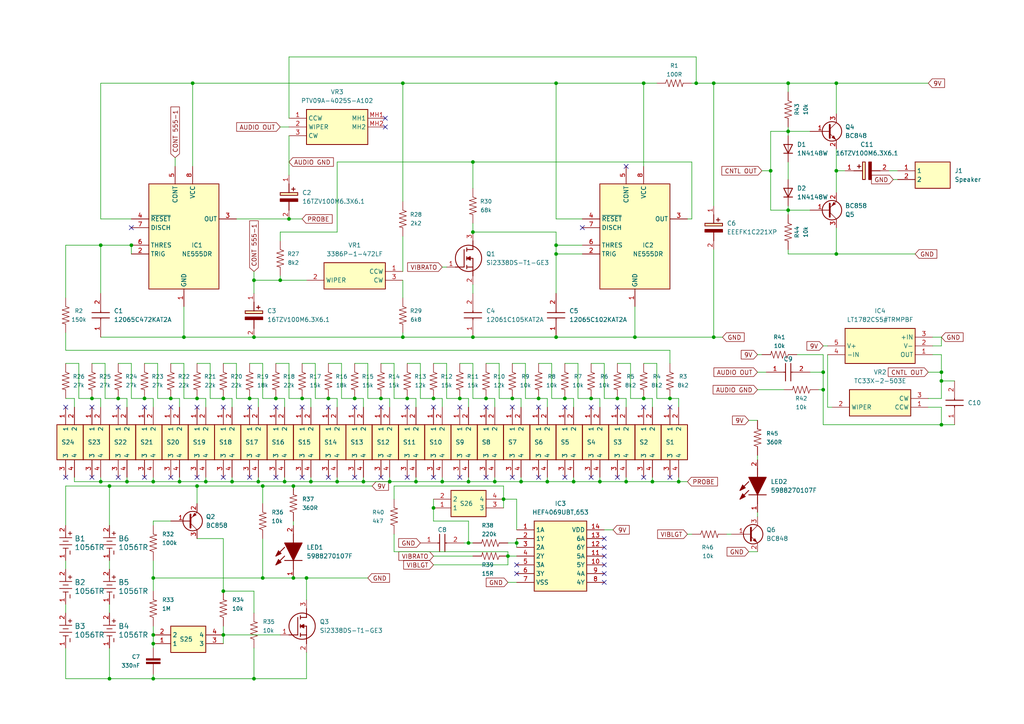
<source format=kicad_sch>
(kicad_sch (version 20230121) (generator eeschema)
  (paper "A4")
  (junction (at 207.01 24.13))
  (junction (at 137.16 67.31))
  (junction (at 140.97 115.57))
  (junction (at 135.89 139.7))
  (junction (at 137.16 97.79))
  (junction (at 137.16 46.99))
  (junction (at 120.65 139.7))
  (junction (at 163.83 115.57))
  (junction (at 116.84 24.13))
  (junction (at 179.07 115.57))
  (junction (at 173.99 139.7))
  (junction (at 29.21 71.12))
  (junction (at 73.66 81.28))
  (junction (at 201.93 24.13))
  (junction (at 95.25 115.57))
  (junction (at 55.88 24.13))
  (junction (at 273.05 110.49))
  (junction (at 85.09 140.97))
  (junction (at 110.49 115.57))
  (junction (at 161.29 71.12))
  (junction (at 29.21 139.7))
  (junction (at 125.73 147.32))
  (junction (at 31.75 140.97))
  (junction (at 189.23 139.7))
  (junction (at 238.76 113.03))
  (junction (at 171.45 115.57))
  (junction (at 242.57 73.66))
  (junction (at 149.86 157.48))
  (junction (at 148.59 115.57))
  (junction (at 82.55 139.7))
  (junction (at 242.57 24.13))
  (junction (at 186.69 115.57))
  (junction (at 102.87 115.57))
  (junction (at 97.79 139.7))
  (junction (at 228.6 38.1))
  (junction (at 116.84 97.79))
  (junction (at 273.05 123.19))
  (junction (at 74.93 139.7))
  (junction (at 207.01 97.79))
  (junction (at 83.82 63.5))
  (junction (at 223.52 49.53))
  (junction (at 147.32 161.29))
  (junction (at 228.6 60.96))
  (junction (at 85.09 167.64))
  (junction (at 64.77 115.57))
  (junction (at 44.45 186.69))
  (junction (at 238.76 107.95))
  (junction (at 73.66 97.79))
  (junction (at 143.51 139.7))
  (junction (at 161.29 24.13))
  (junction (at 49.53 115.57))
  (junction (at 44.45 196.85))
  (junction (at 72.39 115.57))
  (junction (at 44.45 184.15))
  (junction (at 36.83 139.7))
  (junction (at 59.69 139.7))
  (junction (at 53.34 97.79))
  (junction (at 44.45 167.64))
  (junction (at 151.13 139.7))
  (junction (at 161.29 73.66))
  (junction (at 161.29 97.79))
  (junction (at 186.69 24.13))
  (junction (at 41.91 115.57))
  (junction (at 158.75 139.7))
  (junction (at 228.6 24.13))
  (junction (at 135.89 157.48))
  (junction (at 38.1 71.12))
  (junction (at 242.57 49.53))
  (junction (at 194.31 115.57))
  (junction (at 73.66 196.85))
  (junction (at 80.01 115.57))
  (junction (at 76.2 167.64))
  (junction (at 184.15 97.79))
  (junction (at 105.41 139.7))
  (junction (at 90.17 139.7))
  (junction (at 44.45 139.7))
  (junction (at 88.9 167.64))
  (junction (at 67.31 139.7))
  (junction (at 57.15 115.57))
  (junction (at 87.63 115.57))
  (junction (at 156.21 115.57))
  (junction (at 273.05 107.95))
  (junction (at 31.75 196.85))
  (junction (at 81.28 81.28))
  (junction (at 128.27 139.7))
  (junction (at 133.35 115.57))
  (junction (at 57.15 140.97))
  (junction (at 113.03 139.7))
  (junction (at 118.11 115.57))
  (junction (at 26.67 115.57))
  (junction (at 181.61 139.7))
  (junction (at 166.37 139.7))
  (junction (at 76.2 140.97))
  (junction (at 64.77 184.15))
  (junction (at 125.73 115.57))
  (junction (at 52.07 139.7))
  (junction (at 146.05 144.78))
  (junction (at 64.77 171.45))
  (junction (at 34.29 115.57))
  (junction (at 196.85 139.7))
  (no_connect (at 175.26 166.37))
  (no_connect (at 57.15 138.43))
  (no_connect (at 140.97 138.43))
  (no_connect (at 87.63 138.43))
  (no_connect (at 95.25 118.11))
  (no_connect (at 175.26 158.75))
  (no_connect (at 179.07 138.43))
  (no_connect (at 179.07 118.11))
  (no_connect (at 156.21 138.43))
  (no_connect (at 133.35 118.11))
  (no_connect (at 72.39 138.43))
  (no_connect (at 49.53 118.11))
  (no_connect (at 64.77 118.11))
  (no_connect (at 175.26 163.83))
  (no_connect (at 175.26 168.91))
  (no_connect (at 64.77 138.43))
  (no_connect (at 171.45 138.43))
  (no_connect (at 186.69 138.43))
  (no_connect (at 118.11 118.11))
  (no_connect (at 194.31 118.11))
  (no_connect (at 34.29 138.43))
  (no_connect (at 102.87 138.43))
  (no_connect (at 168.91 66.04))
  (no_connect (at 57.15 118.11))
  (no_connect (at 80.01 138.43))
  (no_connect (at 72.39 118.11))
  (no_connect (at 194.31 138.43))
  (no_connect (at 102.87 118.11))
  (no_connect (at 49.53 138.43))
  (no_connect (at 140.97 118.11))
  (no_connect (at 171.45 118.11))
  (no_connect (at 125.73 138.43))
  (no_connect (at 19.05 138.43))
  (no_connect (at 175.26 161.29))
  (no_connect (at 19.05 118.11))
  (no_connect (at 148.59 118.11))
  (no_connect (at 186.69 118.11))
  (no_connect (at 95.25 138.43))
  (no_connect (at 181.61 48.26))
  (no_connect (at 163.83 118.11))
  (no_connect (at 34.29 118.11))
  (no_connect (at 80.01 118.11))
  (no_connect (at 125.73 118.11))
  (no_connect (at 87.63 118.11))
  (no_connect (at 148.59 138.43))
  (no_connect (at 111.76 34.29))
  (no_connect (at 111.76 36.83))
  (no_connect (at 41.91 138.43))
  (no_connect (at 118.11 138.43))
  (no_connect (at 38.1 66.04))
  (no_connect (at 156.21 118.11))
  (no_connect (at 26.67 118.11))
  (no_connect (at 149.86 166.37))
  (no_connect (at 175.26 156.21))
  (no_connect (at 163.83 138.43))
  (no_connect (at 26.67 138.43))
  (no_connect (at 133.35 138.43))
  (no_connect (at 149.86 163.83))
  (no_connect (at 41.91 118.11))
  (no_connect (at 110.49 118.11))
  (no_connect (at 110.49 138.43))
  (wire (pts (xy 74.93 115.57) (xy 72.39 115.57)))
  (wire (pts (xy 26.67 115.57) (xy 22.86 115.57)))
  (wire (pts (xy 148.59 105.41) (xy 152.4 105.41)))
  (wire (pts (xy 156.21 105.41) (xy 160.02 105.41)))
  (wire (pts (xy 128.27 139.7) (xy 128.27 138.43)))
  (wire (pts (xy 83.82 63.5) (xy 87.63 63.5)))
  (wire (pts (xy 137.16 97.79) (xy 116.84 97.79)))
  (wire (pts (xy 161.29 24.13) (xy 161.29 63.5)))
  (wire (pts (xy 161.29 24.13) (xy 186.69 24.13)))
  (wire (pts (xy 31.75 162.56) (xy 31.75 165.1)))
  (wire (pts (xy 105.41 139.7) (xy 113.03 139.7)))
  (wire (pts (xy 135.89 157.48) (xy 137.16 157.48)))
  (wire (pts (xy 87.63 115.57) (xy 83.82 115.57)))
  (wire (pts (xy 228.6 38.1) (xy 228.6 39.37)))
  (wire (pts (xy 90.17 118.11) (xy 90.17 115.57)))
  (wire (pts (xy 189.23 118.11) (xy 189.23 115.57)))
  (wire (pts (xy 125.73 147.32) (xy 125.73 151.13)))
  (wire (pts (xy 64.77 184.15) (xy 64.77 186.69)))
  (wire (pts (xy 129.54 105.41) (xy 129.54 115.57)))
  (wire (pts (xy 64.77 184.15) (xy 64.77 181.61)))
  (wire (pts (xy 106.68 105.41) (xy 106.68 115.57)))
  (wire (pts (xy 19.05 140.97) (xy 19.05 152.4)))
  (wire (pts (xy 161.29 73.66) (xy 161.29 85.09)))
  (wire (pts (xy 228.6 60.96) (xy 234.95 60.96)))
  (wire (pts (xy 97.79 139.7) (xy 105.41 139.7)))
  (wire (pts (xy 228.6 36.83) (xy 228.6 38.1)))
  (wire (pts (xy 168.91 71.12) (xy 161.29 71.12)))
  (wire (pts (xy 234.95 107.95) (xy 238.76 107.95)))
  (wire (pts (xy 223.52 38.1) (xy 223.52 49.53)))
  (wire (pts (xy 238.76 102.87) (xy 238.76 107.95)))
  (wire (pts (xy 273.05 115.57) (xy 273.05 110.49)))
  (wire (pts (xy 125.73 115.57) (xy 121.92 115.57)))
  (wire (pts (xy 80.01 115.57) (xy 76.2 115.57)))
  (wire (pts (xy 143.51 118.11) (xy 143.51 115.57)))
  (wire (pts (xy 220.98 49.53) (xy 223.52 49.53)))
  (wire (pts (xy 44.45 167.64) (xy 76.2 167.64)))
  (wire (pts (xy 135.89 151.13) (xy 135.89 157.48)))
  (wire (pts (xy 49.53 105.41) (xy 53.34 105.41)))
  (wire (pts (xy 85.09 167.64) (xy 88.9 167.64)))
  (wire (pts (xy 36.83 139.7) (xy 36.83 138.43)))
  (wire (pts (xy 19.05 175.26) (xy 19.05 177.8)))
  (wire (pts (xy 21.59 115.57) (xy 19.05 115.57)))
  (wire (pts (xy 219.71 107.95) (xy 222.25 107.95)))
  (wire (pts (xy 19.05 101.6) (xy 194.31 101.6)))
  (wire (pts (xy 21.59 118.11) (xy 21.59 115.57)))
  (wire (pts (xy 19.05 187.96) (xy 19.05 196.85)))
  (wire (pts (xy 120.65 139.7) (xy 120.65 138.43)))
  (wire (pts (xy 166.37 118.11) (xy 166.37 115.57)))
  (wire (pts (xy 114.3 105.41) (xy 114.3 115.57)))
  (wire (pts (xy 128.27 115.57) (xy 125.73 115.57)))
  (wire (pts (xy 83.82 105.41) (xy 83.82 115.57)))
  (wire (pts (xy 72.39 115.57) (xy 68.58 115.57)))
  (wire (pts (xy 116.84 24.13) (xy 116.84 58.42)))
  (wire (pts (xy 41.91 115.57) (xy 38.1 115.57)))
  (wire (pts (xy 196.85 139.7) (xy 196.85 138.43)))
  (wire (pts (xy 143.51 139.7) (xy 143.51 138.43)))
  (wire (pts (xy 44.45 162.56) (xy 44.45 167.64)))
  (wire (pts (xy 29.21 24.13) (xy 29.21 63.5)))
  (wire (pts (xy 44.45 181.61) (xy 44.45 184.15)))
  (wire (pts (xy 59.69 139.7) (xy 59.69 138.43)))
  (wire (pts (xy 120.65 139.7) (xy 128.27 139.7)))
  (wire (pts (xy 82.55 139.7) (xy 90.17 139.7)))
  (wire (pts (xy 121.92 105.41) (xy 121.92 115.57)))
  (wire (pts (xy 44.45 184.15) (xy 44.45 186.69)))
  (wire (pts (xy 171.45 105.41) (xy 175.26 105.41)))
  (wire (pts (xy 168.91 63.5) (xy 161.29 63.5)))
  (wire (pts (xy 85.09 140.97) (xy 76.2 140.97)))
  (wire (pts (xy 163.83 115.57) (xy 160.02 115.57)))
  (wire (pts (xy 219.71 102.87) (xy 220.98 102.87)))
  (wire (pts (xy 82.55 118.11) (xy 82.55 115.57)))
  (wire (pts (xy 242.57 49.53) (xy 245.11 49.53)))
  (wire (pts (xy 173.99 139.7) (xy 181.61 139.7)))
  (wire (pts (xy 228.6 72.39) (xy 228.6 73.66)))
  (wire (pts (xy 125.73 105.41) (xy 129.54 105.41)))
  (wire (pts (xy 163.83 105.41) (xy 167.64 105.41)))
  (wire (pts (xy 36.83 139.7) (xy 44.45 139.7)))
  (wire (pts (xy 137.16 105.41) (xy 137.16 115.57)))
  (wire (pts (xy 114.3 140.97) (xy 146.05 140.97)))
  (wire (pts (xy 29.21 85.09) (xy 29.21 71.12)))
  (wire (pts (xy 161.29 71.12) (xy 161.29 67.31)))
  (wire (pts (xy 59.69 115.57) (xy 57.15 115.57)))
  (wire (pts (xy 64.77 115.57) (xy 60.96 115.57)))
  (wire (pts (xy 59.69 139.7) (xy 67.31 139.7)))
  (wire (pts (xy 31.75 187.96) (xy 31.75 196.85)))
  (wire (pts (xy 67.31 139.7) (xy 67.31 138.43)))
  (wire (pts (xy 194.31 101.6) (xy 194.31 105.41)))
  (wire (pts (xy 210.82 154.94) (xy 212.09 154.94)))
  (wire (pts (xy 102.87 115.57) (xy 99.06 115.57)))
  (wire (pts (xy 19.05 105.41) (xy 22.86 105.41)))
  (wire (pts (xy 19.05 71.12) (xy 19.05 86.36)))
  (wire (pts (xy 166.37 139.7) (xy 173.99 139.7)))
  (wire (pts (xy 200.66 63.5) (xy 200.66 46.99)))
  (wire (pts (xy 242.57 24.13) (xy 242.57 33.02)))
  (wire (pts (xy 181.61 139.7) (xy 189.23 139.7)))
  (wire (pts (xy 181.61 118.11) (xy 181.61 115.57)))
  (wire (pts (xy 140.97 115.57) (xy 137.16 115.57)))
  (wire (pts (xy 137.16 82.55) (xy 137.16 85.09)))
  (wire (pts (xy 161.29 97.79) (xy 137.16 97.79)))
  (wire (pts (xy 73.66 81.28) (xy 81.28 81.28)))
  (wire (pts (xy 41.91 105.41) (xy 45.72 105.41)))
  (wire (pts (xy 85.09 140.97) (xy 107.95 140.97)))
  (wire (pts (xy 242.57 49.53) (xy 242.57 55.88)))
  (wire (pts (xy 201.93 16.51) (xy 83.82 16.51)))
  (wire (pts (xy 57.15 140.97) (xy 57.15 146.05)))
  (wire (pts (xy 55.88 48.26) (xy 55.88 24.13)))
  (wire (pts (xy 151.13 118.11) (xy 151.13 115.57)))
  (wire (pts (xy 113.03 139.7) (xy 120.65 139.7)))
  (wire (pts (xy 231.14 102.87) (xy 238.76 102.87)))
  (wire (pts (xy 152.4 105.41) (xy 152.4 115.57)))
  (wire (pts (xy 133.35 105.41) (xy 137.16 105.41)))
  (wire (pts (xy 228.6 38.1) (xy 223.52 38.1)))
  (wire (pts (xy 73.66 187.96) (xy 73.66 196.85)))
  (wire (pts (xy 105.41 115.57) (xy 102.87 115.57)))
  (wire (pts (xy 102.87 105.41) (xy 106.68 105.41)))
  (wire (pts (xy 175.26 153.67) (xy 177.8 153.67)))
  (wire (pts (xy 73.66 78.74) (xy 73.66 81.28)))
  (wire (pts (xy 147.32 168.91) (xy 149.86 168.91)))
  (wire (pts (xy 207.01 24.13) (xy 207.01 59.69)))
  (wire (pts (xy 147.32 161.29) (xy 147.32 160.02)))
  (wire (pts (xy 217.17 160.02) (xy 219.71 160.02)))
  (wire (pts (xy 105.41 139.7) (xy 105.41 138.43)))
  (wire (pts (xy 273.05 123.19) (xy 238.76 123.19)))
  (wire (pts (xy 31.75 140.97) (xy 31.75 152.4)))
  (wire (pts (xy 82.55 139.7) (xy 82.55 138.43)))
  (wire (pts (xy 44.45 115.57) (xy 41.91 115.57)))
  (wire (pts (xy 59.69 118.11) (xy 59.69 115.57)))
  (wire (pts (xy 114.3 160.02) (xy 114.3 154.94)))
  (wire (pts (xy 184.15 88.9) (xy 184.15 97.79)))
  (wire (pts (xy 38.1 71.12) (xy 38.1 73.66)))
  (wire (pts (xy 166.37 139.7) (xy 166.37 138.43)))
  (wire (pts (xy 44.45 139.7) (xy 52.07 139.7)))
  (wire (pts (xy 19.05 196.85) (xy 31.75 196.85)))
  (wire (pts (xy 53.34 88.9) (xy 53.34 97.79)))
  (wire (pts (xy 52.07 118.11) (xy 52.07 115.57)))
  (wire (pts (xy 199.39 154.94) (xy 200.66 154.94)))
  (wire (pts (xy 269.24 107.95) (xy 273.05 107.95)))
  (wire (pts (xy 91.44 105.41) (xy 91.44 115.57)))
  (wire (pts (xy 144.78 105.41) (xy 144.78 115.57)))
  (wire (pts (xy 228.6 24.13) (xy 228.6 26.67)))
  (wire (pts (xy 173.99 118.11) (xy 173.99 115.57)))
  (wire (pts (xy 175.26 105.41) (xy 175.26 115.57)))
  (wire (pts (xy 91.44 115.57) (xy 95.25 115.57)))
  (wire (pts (xy 140.97 105.41) (xy 144.78 105.41)))
  (wire (pts (xy 64.77 105.41) (xy 68.58 105.41)))
  (wire (pts (xy 149.86 157.48) (xy 149.86 158.75)))
  (wire (pts (xy 240.03 102.87) (xy 240.03 118.11)))
  (wire (pts (xy 55.88 24.13) (xy 29.21 24.13)))
  (wire (pts (xy 237.49 113.03) (xy 238.76 113.03)))
  (wire (pts (xy 137.16 64.77) (xy 137.16 67.31)))
  (wire (pts (xy 147.32 160.02) (xy 114.3 160.02)))
  (wire (pts (xy 120.65 115.57) (xy 118.11 115.57)))
  (wire (pts (xy 207.01 97.79) (xy 209.55 97.79)))
  (wire (pts (xy 81.28 67.31) (xy 81.28 69.85)))
  (wire (pts (xy 34.29 115.57) (xy 30.48 115.57)))
  (wire (pts (xy 137.16 46.99) (xy 137.16 54.61)))
  (wire (pts (xy 151.13 139.7) (xy 158.75 139.7)))
  (wire (pts (xy 189.23 115.57) (xy 186.69 115.57)))
  (wire (pts (xy 76.2 167.64) (xy 85.09 167.64)))
  (wire (pts (xy 19.05 162.56) (xy 19.05 165.1)))
  (wire (pts (xy 143.51 139.7) (xy 151.13 139.7)))
  (wire (pts (xy 228.6 59.69) (xy 228.6 60.96)))
  (wire (pts (xy 74.93 139.7) (xy 82.55 139.7)))
  (wire (pts (xy 44.45 139.7) (xy 44.45 138.43)))
  (wire (pts (xy 81.28 36.83) (xy 83.82 36.83)))
  (wire (pts (xy 259.08 52.07) (xy 260.35 52.07)))
  (wire (pts (xy 57.15 115.57) (xy 53.34 115.57)))
  (wire (pts (xy 184.15 97.79) (xy 161.29 97.79)))
  (wire (pts (xy 110.49 115.57) (xy 106.68 115.57)))
  (wire (pts (xy 72.39 105.41) (xy 76.2 105.41)))
  (wire (pts (xy 128.27 118.11) (xy 128.27 115.57)))
  (wire (pts (xy 114.3 144.78) (xy 114.3 140.97)))
  (wire (pts (xy 97.79 46.99) (xy 97.79 67.31)))
  (wire (pts (xy 74.93 139.7) (xy 74.93 138.43)))
  (wire (pts (xy 273.05 110.49) (xy 273.05 107.95)))
  (wire (pts (xy 97.79 67.31) (xy 81.28 67.31)))
  (wire (pts (xy 88.9 167.64) (xy 106.68 167.64)))
  (wire (pts (xy 113.03 118.11) (xy 113.03 115.57)))
  (wire (pts (xy 29.21 71.12) (xy 19.05 71.12)))
  (wire (pts (xy 19.05 96.52) (xy 19.05 101.6)))
  (wire (pts (xy 29.21 139.7) (xy 36.83 139.7)))
  (wire (pts (xy 199.39 63.5) (xy 200.66 63.5)))
  (wire (pts (xy 242.57 73.66) (xy 265.43 73.66)))
  (wire (pts (xy 60.96 105.41) (xy 60.96 115.57)))
  (wire (pts (xy 45.72 105.41) (xy 45.72 115.57)))
  (wire (pts (xy 190.5 105.41) (xy 190.5 115.57)))
  (wire (pts (xy 219.71 148.59) (xy 219.71 149.86)))
  (wire (pts (xy 135.89 139.7) (xy 143.51 139.7)))
  (wire (pts (xy 196.85 115.57) (xy 194.31 115.57)))
  (wire (pts (xy 200.66 46.99) (xy 137.16 46.99)))
  (wire (pts (xy 173.99 139.7) (xy 173.99 138.43)))
  (wire (pts (xy 158.75 115.57) (xy 156.21 115.57)))
  (wire (pts (xy 238.76 113.03) (xy 238.76 107.95)))
  (wire (pts (xy 67.31 118.11) (xy 67.31 115.57)))
  (wire (pts (xy 44.45 195.58) (xy 44.45 196.85)))
  (wire (pts (xy 81.28 80.01) (xy 81.28 81.28)))
  (wire (pts (xy 158.75 139.7) (xy 158.75 138.43)))
  (wire (pts (xy 273.05 100.33) (xy 273.05 97.79)))
  (wire (pts (xy 134.62 157.48) (xy 135.89 157.48)))
  (wire (pts (xy 148.59 115.57) (xy 144.78 115.57)))
  (wire (pts (xy 207.01 24.13) (xy 228.6 24.13)))
  (wire (pts (xy 90.17 139.7) (xy 90.17 138.43)))
  (wire (pts (xy 90.17 139.7) (xy 97.79 139.7)))
  (wire (pts (xy 29.21 97.79) (xy 53.34 97.79)))
  (wire (pts (xy 219.71 113.03) (xy 227.33 113.03)))
  (wire (pts (xy 83.82 16.51) (xy 83.82 34.29)))
  (wire (pts (xy 228.6 46.99) (xy 228.6 52.07)))
  (wire (pts (xy 200.66 24.13) (xy 201.93 24.13)))
  (wire (pts (xy 31.75 140.97) (xy 19.05 140.97)))
  (wire (pts (xy 110.49 105.41) (xy 114.3 105.41)))
  (wire (pts (xy 21.59 138.43) (xy 21.59 139.7)))
  (wire (pts (xy 146.05 144.78) (xy 146.05 147.32)))
  (wire (pts (xy 228.6 60.96) (xy 228.6 62.23)))
  (wire (pts (xy 166.37 115.57) (xy 163.83 115.57)))
  (wire (pts (xy 171.45 115.57) (xy 167.64 115.57)))
  (wire (pts (xy 273.05 118.11) (xy 273.05 123.19)))
  (wire (pts (xy 186.69 24.13) (xy 186.69 48.26)))
  (wire (pts (xy 116.84 96.52) (xy 116.84 97.79)))
  (wire (pts (xy 228.6 73.66) (xy 242.57 73.66)))
  (wire (pts (xy 158.75 139.7) (xy 166.37 139.7)))
  (wire (pts (xy 196.85 118.11) (xy 196.85 115.57)))
  (wire (pts (xy 116.84 68.58) (xy 116.84 78.74)))
  (wire (pts (xy 118.11 105.41) (xy 121.92 105.41)))
  (wire (pts (xy 26.67 105.41) (xy 30.48 105.41)))
  (wire (pts (xy 68.58 63.5) (xy 83.82 63.5)))
  (wire (pts (xy 158.75 118.11) (xy 158.75 115.57)))
  (wire (pts (xy 161.29 67.31) (xy 137.16 67.31)))
  (wire (pts (xy 125.73 161.29) (xy 137.16 161.29)))
  (wire (pts (xy 242.57 66.04) (xy 242.57 73.66)))
  (wire (pts (xy 67.31 139.7) (xy 74.93 139.7)))
  (wire (pts (xy 194.31 115.57) (xy 190.5 115.57)))
  (wire (pts (xy 81.28 184.15) (xy 64.77 184.15)))
  (wire (pts (xy 29.21 71.12) (xy 38.1 71.12)))
  (wire (pts (xy 168.91 73.66) (xy 161.29 73.66)))
  (wire (pts (xy 85.09 151.13) (xy 85.09 152.4)))
  (wire (pts (xy 76.2 156.21) (xy 76.2 167.64)))
  (wire (pts (xy 201.93 24.13) (xy 201.93 16.51)))
  (wire (pts (xy 207.01 72.39) (xy 207.01 97.79)))
  (wire (pts (xy 189.23 139.7) (xy 189.23 138.43)))
  (wire (pts (xy 219.71 132.08) (xy 219.71 133.35)))
  (wire (pts (xy 125.73 163.83) (xy 147.32 163.83)))
  (wire (pts (xy 135.89 139.7) (xy 135.89 138.43)))
  (wire (pts (xy 22.86 105.41) (xy 22.86 115.57)))
  (wire (pts (xy 182.88 105.41) (xy 182.88 115.57)))
  (wire (pts (xy 238.76 100.33) (xy 240.03 100.33)))
  (wire (pts (xy 81.28 81.28) (xy 88.9 81.28)))
  (wire (pts (xy 147.32 161.29) (xy 149.86 161.29)))
  (wire (pts (xy 52.07 139.7) (xy 59.69 139.7)))
  (wire (pts (xy 44.45 151.13) (xy 44.45 152.4)))
  (wire (pts (xy 57.15 105.41) (xy 60.96 105.41)))
  (wire (pts (xy 223.52 60.96) (xy 228.6 60.96)))
  (wire (pts (xy 29.21 118.11) (xy 29.21 115.57)))
  (wire (pts (xy 82.55 115.57) (xy 80.01 115.57)))
  (wire (pts (xy 44.45 118.11) (xy 44.45 115.57)))
  (wire (pts (xy 36.83 115.57) (xy 34.29 115.57)))
  (wire (pts (xy 44.45 167.64) (xy 44.45 171.45)))
  (wire (pts (xy 137.16 46.99) (xy 97.79 46.99)))
  (wire (pts (xy 120.65 118.11) (xy 120.65 115.57)))
  (wire (pts (xy 186.69 24.13) (xy 190.5 24.13)))
  (wire (pts (xy 50.8 45.72) (xy 50.8 48.26)))
  (wire (pts (xy 151.13 139.7) (xy 151.13 138.43)))
  (wire (pts (xy 53.34 105.41) (xy 53.34 115.57)))
  (wire (pts (xy 57.15 140.97) (xy 31.75 140.97)))
  (wire (pts (xy 196.85 139.7) (xy 199.39 139.7)))
  (wire (pts (xy 97.79 118.11) (xy 97.79 115.57)))
  (wire (pts (xy 88.9 189.23) (xy 88.9 196.85)))
  (wire (pts (xy 273.05 102.87) (xy 270.51 102.87)))
  (wire (pts (xy 161.29 71.12) (xy 161.29 73.66)))
  (wire (pts (xy 135.89 115.57) (xy 133.35 115.57)))
  (wire (pts (xy 143.51 115.57) (xy 140.97 115.57)))
  (wire (pts (xy 118.11 115.57) (xy 114.3 115.57)))
  (wire (pts (xy 146.05 140.97) (xy 146.05 144.78)))
  (wire (pts (xy 149.86 153.67) (xy 149.86 144.78)))
  (wire (pts (xy 64.77 171.45) (xy 73.66 171.45)))
  (wire (pts (xy 147.32 157.48) (xy 149.86 157.48)))
  (wire (pts (xy 151.13 115.57) (xy 148.59 115.57)))
  (wire (pts (xy 21.59 139.7) (xy 29.21 139.7)))
  (wire (pts (xy 135.89 118.11) (xy 135.89 115.57)))
  (wire (pts (xy 223.52 49.53) (xy 223.52 60.96)))
  (wire (pts (xy 44.45 196.85) (xy 73.66 196.85)))
  (wire (pts (xy 270.51 97.79) (xy 273.05 97.79)))
  (wire (pts (xy 269.24 118.11) (xy 273.05 118.11)))
  (wire (pts (xy 95.25 105.41) (xy 99.06 105.41)))
  (wire (pts (xy 29.21 115.57) (xy 26.67 115.57)))
  (wire (pts (xy 116.84 81.28) (xy 116.84 86.36)))
  (wire (pts (xy 181.61 139.7) (xy 181.61 138.43)))
  (wire (pts (xy 36.83 118.11) (xy 36.83 115.57)))
  (wire (pts (xy 217.17 121.92) (xy 219.71 121.92)))
  (wire (pts (xy 273.05 110.49) (xy 276.86 110.49)))
  (wire (pts (xy 73.66 81.28) (xy 73.66 85.09)))
  (wire (pts (xy 80.01 105.41) (xy 83.82 105.41)))
  (wire (pts (xy 44.45 186.69) (xy 44.45 187.96)))
  (wire (pts (xy 273.05 123.19) (xy 276.86 123.19)))
  (wire (pts (xy 133.35 115.57) (xy 129.54 115.57)))
  (wire (pts (xy 125.73 144.78) (xy 125.73 147.32)))
  (wire (pts (xy 128.27 139.7) (xy 135.89 139.7)))
  (wire (pts (xy 30.48 105.41) (xy 30.48 115.57)))
  (wire (pts (xy 147.32 163.83) (xy 147.32 161.29)))
  (wire (pts (xy 99.06 105.41) (xy 99.06 115.57)))
  (wire (pts (xy 53.34 97.79) (xy 73.66 97.79)))
  (wire (pts (xy 186.69 105.41) (xy 190.5 105.41)))
  (wire (pts (xy 270.51 100.33) (xy 273.05 100.33)))
  (wire (pts (xy 83.82 39.37) (xy 83.82 50.8)))
  (wire (pts (xy 257.81 49.53) (xy 260.35 49.53)))
  (wire (pts (xy 234.95 38.1) (xy 228.6 38.1)))
  (wire (pts (xy 68.58 105.41) (xy 68.58 115.57)))
  (wire (pts (xy 29.21 139.7) (xy 29.21 138.43)))
  (wire (pts (xy 90.17 115.57) (xy 87.63 115.57)))
  (wire (pts (xy 52.07 139.7) (xy 52.07 138.43)))
  (wire (pts (xy 242.57 24.13) (xy 269.24 24.13)))
  (wire (pts (xy 125.73 151.13) (xy 135.89 151.13)))
  (wire (pts (xy 173.99 115.57) (xy 171.45 115.57)))
  (wire (pts (xy 167.64 105.41) (xy 167.64 115.57)))
  (wire (pts (xy 88.9 167.64) (xy 88.9 173.99)))
  (wire (pts (xy 31.75 196.85) (xy 44.45 196.85)))
  (wire (pts (xy 186.69 115.57) (xy 182.88 115.57)))
  (wire (pts (xy 31.75 175.26) (xy 31.75 177.8)))
  (wire (pts (xy 149.86 156.21) (xy 149.86 157.48)))
  (wire (pts (xy 105.41 118.11) (xy 105.41 115.57)))
  (wire (pts (xy 97.79 139.7) (xy 97.79 138.43)))
  (wire (pts (xy 156.21 115.57) (xy 152.4 115.57)))
  (wire (pts (xy 179.07 115.57) (xy 175.26 115.57)))
  (wire (pts (xy 85.09 142.24) (xy 85.09 140.97)))
  (wire (pts (xy 273.05 107.95) (xy 273.05 102.87)))
  (wire (pts (xy 73.66 196.85) (xy 88.9 196.85)))
  (wire (pts (xy 113.03 139.7) (xy 113.03 138.43)))
  (wire (pts (xy 269.24 115.57) (xy 273.05 115.57)))
  (wire (pts (xy 207.01 24.13) (xy 201.93 24.13)))
  (wire (pts (xy 29.21 63.5) (xy 38.1 63.5)))
  (wire (pts (xy 76.2 140.97) (xy 76.2 146.05)))
  (wire (pts (xy 149.86 144.78) (xy 146.05 144.78)))
  (wire (pts (xy 57.15 156.21) (xy 64.77 156.21)))
  (wire (pts (xy 160.02 105.41) (xy 160.02 115.57)))
  (wire (pts (xy 228.6 24.13) (xy 242.57 24.13)))
  (wire (pts (xy 34.29 105.41) (xy 38.1 105.41)))
  (wire (pts (xy 67.31 115.57) (xy 64.77 115.57)))
  (wire (pts (xy 242.57 43.18) (xy 242.57 49.53)))
  (wire (pts (xy 52.07 115.57) (xy 49.53 115.57)))
  (wire (pts (xy 238.76 123.19) (xy 238.76 113.03)))
  (wire (pts (xy 87.63 105.41) (xy 91.44 105.41)))
  (wire (pts (xy 55.88 24.13) (xy 116.84 24.13)))
  (wire (pts (xy 179.07 105.41) (xy 182.88 105.41)))
  (wire (pts (xy 240.03 118.11) (xy 241.3 118.11)))
  (wire (pts (xy 116.84 97.79) (xy 73.66 97.79)))
  (wire (pts (xy 128.27 77.47) (xy 129.54 77.47)))
  (wire (pts (xy 64.77 156.21) (xy 64.77 171.45)))
  (wire (pts (xy 76.2 105.41) (xy 76.2 115.57)))
  (wire (pts (xy 181.61 115.57) (xy 179.07 115.57)))
  (wire (pts (xy 76.2 140.97) (xy 57.15 140.97)))
  (wire (pts (xy 38.1 105.41) (xy 38.1 115.57)))
  (wire (pts (xy 189.23 139.7) (xy 196.85 139.7)))
  (wire (pts (xy 73.66 171.45) (xy 73.66 177.8)))
  (wire (pts (xy 49.53 115.57) (xy 45.72 115.57)))
  (wire (pts (xy 113.03 115.57) (xy 110.49 115.57)))
  (wire (pts (xy 95.25 115.57) (xy 97.79 115.57)))
  (wire (pts (xy 184.15 97.79) (xy 207.01 97.79)))
  (wire (pts (xy 116.84 24.13) (xy 161.29 24.13)))
  (wire (pts (xy 74.93 118.11) (xy 74.93 115.57)))
  (wire (pts (xy 49.53 151.13) (xy 44.45 151.13)))
  (global_label "9V" (shape input) (at 269.24 24.13 0) (property "Intersheetrefs" "${INTERSHEET_REFS}" (effects hide)))
  (global_label "GND" (shape input) (at 217.17 160.02 180) (property "Intersheetrefs" "${INTERSHEET_REFS}" (effects hide)))
  (global_label "GND" (shape input) (at 259.08 52.07 180) (property "Intersheetrefs" "${INTERSHEET_REFS}" (effects hide)))
  (global_label "AUDIO GND" (shape input) (at 219.71 113.03 180) (property "Intersheetrefs" "${INTERSHEET_REFS}" (effects hide)))
  (global_label "9V" (shape input) (at 217.17 121.92 180) (property "Intersheetrefs" "${INTERSHEET_REFS}" (effects hide)))
  (global_label "CONT 555-1" (shape input) (at 50.8 45.72 90) (property "Intersheetrefs" "${INTERSHEET_REFS}" (effects hide)))
  (global_label "GND" (shape input) (at 265.43 73.66 0) (property "Intersheetrefs" "${INTERSHEET_REFS}" (effects hide)))
  (global_label "GND" (shape input) (at 106.68 167.64 0) (property "Intersheetrefs" "${INTERSHEET_REFS}" (effects hide)))
  (global_label "VIBRATO" (shape input) (at 125.73 161.29 180) (property "Intersheetrefs" "${INTERSHEET_REFS}" (effects hide)))
  (global_label "CONT 555-1" (shape input) (at 73.66 78.74 90) (property "Intersheetrefs" "${INTERSHEET_REFS}" (effects hide)))
  (global_label "CNTL OUT" (shape input) (at 269.24 107.95 180) (property "Intersheetrefs" "${INTERSHEET_REFS}" (effects hide)))
  (global_label "VIBRATO" (shape input) (at 128.27 77.47 180) (property "Intersheetrefs" "${INTERSHEET_REFS}" (effects hide)))
  (global_label "GND" (shape input) (at 209.55 97.79 0) (property "Intersheetrefs" "${INTERSHEET_REFS}" (effects hide)))
  (global_label "9V" (shape input) (at 238.76 100.33 180) (property "Intersheetrefs" "${INTERSHEET_REFS}" (effects hide)))
  (global_label "9V" (shape input) (at 107.95 140.97 0) (property "Intersheetrefs" "${INTERSHEET_REFS}" (effects hide)))
  (global_label "AUDIO OUT" (shape input) (at 81.28 36.83 180) (property "Intersheetrefs" "${INTERSHEET_REFS}" (effects hide)))
  (global_label "VIBLGT" (shape input) (at 199.39 154.94 180) (property "Intersheetrefs" "${INTERSHEET_REFS}" (effects hide)))
  (global_label "PROBE" (shape input) (at 199.39 139.7 0) (property "Intersheetrefs" "${INTERSHEET_REFS}" (effects hide)))
  (global_label "PROBE" (shape input) (at 87.63 63.5 0) (property "Intersheetrefs" "${INTERSHEET_REFS}" (effects hide)))
  (global_label "9V" (shape input) (at 219.71 102.87 180) (property "Intersheetrefs" "${INTERSHEET_REFS}" (effects hide)))
  (global_label "GND" (shape input) (at 147.32 168.91 180) (property "Intersheetrefs" "${INTERSHEET_REFS}" (effects hide)))
  (global_label "GND" (shape input) (at 273.05 97.79 0) (property "Intersheetrefs" "${INTERSHEET_REFS}" (effects hide)))
  (global_label "VIBLGT" (shape input) (at 125.73 163.83 180) (property "Intersheetrefs" "${INTERSHEET_REFS}" (effects hide)))
  (global_label "9V" (shape input) (at 177.8 153.67 0) (property "Intersheetrefs" "${INTERSHEET_REFS}" (effects hide)))
  (global_label "AUDIO GND" (shape input) (at 83.82 46.99 0) (property "Intersheetrefs" "${INTERSHEET_REFS}" (effects hide)))
  (global_label "AUDIO OUT" (shape input) (at 219.71 107.95 180) (property "Intersheetrefs" "${INTERSHEET_REFS}" (effects hide)))
  (global_label "GND" (shape input) (at 121.92 157.48 180) (property "Intersheetrefs" "${INTERSHEET_REFS}" (effects hide)))
  (global_label "CNTL OUT" (shape input) (at 220.98 49.53 180) (property "Intersheetrefs" "${INTERSHEET_REFS}" (effects hide)))
  (symbol (lib_id "SparkFun-Resistors:RESISTOR1206") (at 49.53 110.49 270) (unit 1)
    (property "Reference" "R22" (at 53.34 109.22 90) (effects (font (size 1.143 1.143))))
    (property "Value" "22k" (at 53.34 111.76 90) (effects (font (size 1.143 1.143))))
    (property "Footprint" "Resistor_SMD:R_1206_3216Metric" (effects hide))
    (property "Field4" " " (at 49.53 110.49 0) (effects (font (size 1.524 1.524))))
  )
  (symbol (lib_id "SparkFun-Resistors:RESISTOR1206") (at 133.35 110.49 270) (unit 1)
    (property "Reference" "R11" (at 137.16 109.22 90) (effects (font (size 1.143 1.143))))
    (property "Value" "15k" (at 137.16 111.76 90) (effects (font (size 1.143 1.143))))
    (property "Footprint" "Resistor_SMD:R_1206_3216Metric" (effects hide))
    (property "Field4" " " (at 137.16 110.49 90) (effects (font (size 1.524 1.524))))
  )
  (symbol (lib_id "SparkFun-Resistors:RESISTOR1206") (at 142.24 161.29 180) (unit 1)
    (property "Reference" "R39" (at 139.7 163.83 0) (effects (font (size 1.143 1.143)) (justify right)))
    (property "Value" "15R" (at 139.7 166.37 0) (effects (font (size 1.143 1.143)) (justify right)))
    (property "Footprint" "Resistor_SMD:R_1206_3216Metric" (effects hide))
    (property "Field4" " " (at 153.67 158.75 90) (effects (font (size 1.524 1.524)) (justify right)))
  )
  (symbol (lib_id "CR1220 Holder:1056TR") (at 31.75 177.8 270) (unit 1)
    (property "Reference" "B4" (at 34.29 181.61 90) (effects (font (size 1.524 1.524)) (justify left)))
    (property "Value" "1056TR" (at 34.29 184.15 90) (effects (font (size 1.524 1.524)) (justify left)))
    (property "Footprint" "SamacSys_Parts:1056TR" (effects hide))
    (property "Datasheet" "1056TR" (effects hide))
  )
  (symbol (lib_id "SamacSys_Parts:FSM4JSMATR") (at 95.25 138.43 90) (unit 1)
    (property "Reference" "S14" (at 93.98 128.27 90) (effects (justify right)))
    (property "Value" "FSM4JSMATR" (effects hide))
    (property "Footprint" "SamacSys_Parts:FSM4JSMATR" (effects hide))
    (property "Datasheet" "https://datasheet.datasheetarchive.com/originals/distributors/Datasheets-DGA6/576850.pdf" (effects hide))
    (property "Manufacturer_Name" "TE Connectivity" (effects hide))
    (property "Manufacturer_Part_Number" "FSM4JSMATR" (effects hide))
  )
  (symbol (lib_id "SamacSys_Parts:FSM4JSMATR") (at 64.77 186.69 180) (unit 1)
    (property "Reference" "S25" (at 52.07 185.42 0) (effects (justify right)))
    (property "Value" "FSM4JSMATR" (effects hide))
    (property "Footprint" "SamacSys_Parts:FSM4JSMATR" (effects hide))
    (property "Datasheet" "https://datasheet.datasheetarchive.com/originals/distributors/Datasheets-DGA6/576850.pdf" (effects hide))
    (property "Manufacturer_Name" "TE Connectivity" (effects hide))
    (property "Manufacturer_Part_Number" "FSM4JSMATR" (effects hide))
  )
  (symbol (lib_id "SparkFun-Resistors:RESISTOR1206") (at 19.05 91.44 270) (unit 1)
    (property "Reference" "R2" (at 22.86 90.17 90) (effects (font (size 1.143 1.143))))
    (property "Value" "150k" (at 22.86 92.71 90) (effects (font (size 1.143 1.143))))
    (property "Footprint" "Resistor_SMD:R_1206_3216Metric" (effects hide))
    (property "Field4" " " (at 22.86 91.44 90) (effects (font (size 1.524 1.524))))
  )
  (symbol (lib_id "SamacSys_Parts:16TZV100M6.3X6.1") (at 83.82 50.8 270) (unit 1)
    (property "Reference" "C2" (at 87.63 55.88 90) (effects (justify left)))
    (property "Value" "16TZV100M6.3X6.1" (at 87.63 58.42 90) (effects (justify left)))
    (property "Footprint" "SamacSys_Parts:16TZV100M63X61" (effects hide))
    (property "Datasheet" "http://www.rubycon.co.jp/catalog/j_pdfs/aluminum/j_TZV.pdf" (effects hide))
    (property "Height" "6.1" (effects hide))
    (property "Manufacturer_Name" "Rubycon" (effects hide))
    (property "Manufacturer_Part_Number" "16TZV100M6.3X6.1" (effects hide))
  )
  (symbol (lib_id "SamacSys_Parts:FSM4JSMATR") (at 140.97 138.43 90) (unit 1)
    (property "Reference" "S8" (at 139.7 128.27 90) (effects (justify right)))
    (property "Value" "FSM4JSMATR" (effects hide))
    (property "Footprint" "SamacSys_Parts:FSM4JSMATR" (effects hide))
    (property "Datasheet" "https://datasheet.datasheetarchive.com/originals/distributors/Datasheets-DGA6/576850.pdf" (effects hide))
    (property "Manufacturer_Name" "TE Connectivity" (effects hide))
    (property "Manufacturer_Part_Number" "FSM4JSMATR" (effects hide))
  )
  (symbol (lib_id "SamacSys_Parts:12065A150JAT2A") (at 276.86 123.19 90) (unit 1)
    (property "Reference" "C10" (at 280.67 116.84 90) (effects (justify right)))
    (property "Value" "12065A150JAT2A" (effects hide))
    (property "Footprint" "SamacSys_Parts:CAPC3216X94N" (effects hide))
    (property "Datasheet" "https://componentsearchengine.com/Datasheets/2/12065A150JAT2A.pdf" (effects hide))
    (property "Height" "0.94" (effects hide))
    (property "Manufacturer_Name" "AVX" (effects hide))
    (property "Manufacturer_Part_Number" "12065A150JAT2A" (effects hide))
  )
  (symbol (lib_id "SamacSys_Parts:TC33X-2-503E") (at 269.24 118.11 180) (unit 1)
    (property "Reference" "VR2" (at 255.27 107.95 0))
    (property "Value" "TC33X-2-503E" (at 255.27 110.49 0))
    (property "Footprint" "TC33X2503E" (effects hide))
    (property "Datasheet" "https://componentsearchengine.com/Datasheets/1/TC33X-2-503E.pdf" (effects hide))
    (property "Height" "1.2" (effects hide))
    (property "Manufacturer_Name" "Bourns" (effects hide))
    (property "Manufacturer_Part_Number" "TC33X-2-503E" (effects hide))
  )
  (symbol (lib_id "SparkFun-Resistors:RESISTOR1206") (at 116.84 63.5 270) (unit 1)
    (property "Reference" "R28" (at 120.65 62.23 90) (effects (font (size 1.143 1.143))))
    (property "Value" "2k2" (at 120.65 64.77 90) (effects (font (size 1.143 1.143))))
    (property "Footprint" "Resistor_SMD:R_1206_3216Metric" (effects hide))
    (property "Field4" " " (at 121.92 63.5 90) (effects (font (size 1.524 1.524))))
  )
  (symbol (lib_id "SparkFun-Resistors:RESISTOR1206") (at 179.07 110.49 270) (unit 1)
    (property "Reference" "R5" (at 182.88 109.22 90) (effects (font (size 1.143 1.143))))
    (property "Value" "8k2" (at 182.88 111.76 90) (effects (font (size 1.143 1.143))))
    (property "Footprint" "Resistor_SMD:R_1206_3216Metric" (effects hide))
    (property "Field4" " " (at 182.88 110.49 90) (effects (font (size 1.524 1.524))))
  )
  (symbol (lib_id "CR1220 Holder:1056TR") (at 19.05 152.4 270) (unit 1)
    (property "Reference" "B1" (at 21.59 156.21 90) (effects (font (size 1.524 1.524)) (justify left)))
    (property "Value" "1056TR" (at 21.59 158.75 90) (effects (font (size 1.524 1.524)) (justify left)))
    (property "Footprint" "SamacSys_Parts:1056TR" (effects hide))
    (property "Datasheet" "1056TR" (effects hide))
  )
  (symbol (lib_id "SparkFun-Resistors:RESISTOR1206") (at 137.16 59.69 270) (unit 1)
    (property "Reference" "R30" (at 140.97 58.42 90) (effects (font (size 1.143 1.143))))
    (property "Value" "68k" (at 140.97 60.96 90) (effects (font (size 1.143 1.143))))
    (property "Footprint" "Resistor_SMD:R_1206_3216Metric" (effects hide))
    (property "Field4" " " (at 137.16 59.69 0) (effects (font (size 1.524 1.524))))
  )
  (symbol (lib_id "SamacSys_Parts:FSM4JSMATR") (at 49.53 138.43 90) (unit 1)
    (property "Reference" "S20" (at 48.26 128.27 90) (effects (justify right)))
    (property "Value" "FSM4JSMATR" (effects hide))
    (property "Footprint" "SamacSys_Parts:FSM4JSMATR" (effects hide))
    (property "Datasheet" "https://datasheet.datasheetarchive.com/originals/distributors/Datasheets-DGA6/576850.pdf" (effects hide))
    (property "Manufacturer_Name" "TE Connectivity" (effects hide))
    (property "Manufacturer_Part_Number" "FSM4JSMATR" (effects hide))
  )
  (symbol (lib_id "SamacSys_Parts:FSM4JSMATR") (at 133.35 138.43 90) (unit 1)
    (property "Reference" "S9" (at 132.08 128.27 90) (effects (justify right)))
    (property "Value" "FSM4JSMATR" (effects hide))
    (property "Footprint" "SamacSys_Parts:FSM4JSMATR" (effects hide))
    (property "Datasheet" "https://datasheet.datasheetarchive.com/originals/distributors/Datasheets-DGA6/576850.pdf" (effects hide))
    (property "Manufacturer_Name" "TE Connectivity" (effects hide))
    (property "Manufacturer_Part_Number" "FSM4JSMATR" (effects hide))
  )
  (symbol (lib_id "Transistor_BJT:BC848") (at 240.03 38.1 0) (unit 1)
    (property "Reference" "Q4" (at 245.11 36.83 0) (effects (justify left)))
    (property "Value" "BC848" (at 245.11 39.37 0) (effects (justify left)))
    (property "Footprint" "Package_TO_SOT_SMD:SOT-23" (effects hide))
    (property "Datasheet" "http://www.infineon.com/dgdl/Infineon-BC847SERIES_BC848SERIES_BC849SERIES_BC850SERIES-DS-v01_01-en.pdf?fileId=db3a304314dca389011541d4630a1657" (effects hide))
  )
  (symbol (lib_id "SamacSys_Parts:FSM4JSMATR") (at 194.31 138.43 90) (unit 1)
    (property "Reference" "S1" (at 193.04 128.27 90) (effects (justify right)))
    (property "Value" "FSM4JSMATR" (effects hide))
    (property "Footprint" "SamacSys_Parts:FSM4JSMATR" (effects hide))
    (property "Datasheet" "https://datasheet.datasheetarchive.com/originals/distributors/Datasheets-DGA6/576850.pdf" (effects hide))
    (property "Manufacturer_Name" "TE Connectivity" (effects hide))
    (property "Manufacturer_Part_Number" "FSM4JSMATR" (effects hide))
  )
  (symbol (lib_id "SamacSys_Parts:12061C473KAT2A") (at 121.92 157.48 0) (unit 1)
    (property "Reference" "C8" (at 128.27 153.67 0))
    (property "Value" "12061C473KAT2A" (effects hide))
    (property "Footprint" "SamacSys_Parts:CAPC3216X94N" (effects hide))
    (property "Datasheet" "https://spicat.kyocera-avx.com/product/mlcc/chartview/12061C473KAT2A/DataSheet/X7R" (effects hide))
    (property "Height" "0.94" (effects hide))
    (property "Manufacturer_Name" "AVX" (effects hide))
    (property "Manufacturer_Part_Number" "12061C473KAT2A" (effects hide))
  )
  (symbol (lib_id "SamacSys_Parts:16TZV100M6.3X6.1") (at 245.11 49.53 0) (unit 1)
    (property "Reference" "C11" (at 251.46 41.91 0))
    (property "Value" "16TZV100M6.3X6.1" (at 251.46 44.45 0))
    (property "Footprint" "SamacSys_Parts:16TZV100M63X61" (effects hide))
    (property "Datasheet" "http://www.rubycon.co.jp/catalog/j_pdfs/aluminum/j_TZV.pdf" (effects hide))
    (property "Height" "6.1" (effects hide))
    (property "Manufacturer_Name" "Rubycon" (effects hide))
    (property "Manufacturer_Part_Number" "16TZV100M6.3X6.1" (effects hide))
  )
  (symbol (lib_id "Diode:1N4148W") (at 228.6 55.88 90) (unit 1)
    (property "Reference" "D2" (at 231.14 54.61 90) (effects (justify right)))
    (property "Value" "1N4148W" (at 231.14 57.15 90) (effects (justify right)))
    (property "Footprint" "Diode_SMD:D_SOD-123" (effects hide))
    (property "Datasheet" "https://www.vishay.com/docs/85748/1n4148w.pdf" (effects hide))
    (property "Sim.Device" "D" (effects hide))
    (property "Sim.Pins" "1=K 2=A" (effects hide))
  )
  (symbol (lib_id "SamacSys_Parts:FSM4JSMATR") (at 57.15 138.43 90) (unit 1)
    (property "Reference" "S19" (at 55.88 128.27 90) (effects (justify right)))
    (property "Value" "FSM4JSMATR" (effects hide))
    (property "Footprint" "SamacSys_Parts:FSM4JSMATR" (effects hide))
    (property "Datasheet" "https://datasheet.datasheetarchive.com/originals/distributors/Datasheets-DGA6/576850.pdf" (effects hide))
    (property "Manufacturer_Name" "TE Connectivity" (effects hide))
    (property "Manufacturer_Part_Number" "FSM4JSMATR" (effects hide))
  )
  (symbol (lib_id "SparkFun-Resistors:RESISTOR1206") (at 26.67 110.49 270) (unit 1)
    (property "Reference" "R25" (at 30.48 109.22 90) (effects (font (size 1.143 1.143))))
    (property "Value" "27k" (at 30.48 111.76 90) (effects (font (size 1.143 1.143))))
    (property "Footprint" "Resistor_SMD:R_1206_3216Metric" (effects hide))
    (property "Field4" " " (at 26.67 110.49 0) (effects (font (size 1.524 1.524))))
  )
  (symbol (lib_id "SamacSys_Parts:FSM4JSMATR") (at 186.69 138.43 90) (unit 1)
    (property "Reference" "S2" (at 185.42 128.27 90) (effects (justify right)))
    (property "Value" "FSM4JSMATR" (effects hide))
    (property "Footprint" "SamacSys_Parts:FSM4JSMATR" (effects hide))
    (property "Datasheet" "https://datasheet.datasheetarchive.com/originals/distributors/Datasheets-DGA6/576850.pdf" (effects hide))
    (property "Manufacturer_Name" "TE Connectivity" (effects hide))
    (property "Manufacturer_Part_Number" "FSM4JSMATR" (effects hide))
  )
  (symbol (lib_id "SamacSys_Parts:FSM4JSMATR") (at 64.77 138.43 90) (unit 1)
    (property "Reference" "S18" (at 63.5 128.27 90) (effects (justify right)))
    (property "Value" "FSM4JSMATR" (effects hide))
    (property "Footprint" "SamacSys_Parts:FSM4JSMATR" (effects hide))
    (property "Datasheet" "https://datasheet.datasheetarchive.com/originals/distributors/Datasheets-DGA6/576850.pdf" (effects hide))
    (property "Manufacturer_Name" "TE Connectivity" (effects hide))
    (property "Manufacturer_Part_Number" "FSM4JSMATR" (effects hide))
  )
  (symbol (lib_id "SparkFun-Resistors:RESISTOR1206") (at 72.39 110.49 270) (unit 1)
    (property "Reference" "R19" (at 76.2 109.22 90) (effects (font (size 1.143 1.143))))
    (property "Value" "18k" (at 76.2 111.76 90) (effects (font (size 1.143 1.143))))
    (property "Footprint" "Resistor_SMD:R_1206_3216Metric" (effects hide))
    (property "Field4" " " (at 76.2 110.49 90) (effects (font (size 1.524 1.524))))
  )
  (symbol (lib_id "SparkFun-Resistors:RESISTOR1206") (at 57.15 110.49 270) (unit 1)
    (property "Reference" "R21" (at 60.96 109.22 90) (effects (font (size 1.143 1.143))))
    (property "Value" "22k" (at 60.96 111.76 90) (effects (font (size 1.143 1.143))))
    (property "Footprint" "Resistor_SMD:R_1206_3216Metric" (effects hide))
    (property "Field4" " " (at 60.96 110.49 90) (effects (font (size 1.524 1.524))))
  )
  (symbol (lib_id "SamacSys_Parts:FSM4JSMATR") (at 110.49 138.43 90) (unit 1)
    (property "Reference" "S12" (at 109.22 128.27 90) (effects (justify right)))
    (property "Value" "FSM4JSMATR" (effects hide))
    (property "Footprint" "SamacSys_Parts:FSM4JSMATR" (effects hide))
    (property "Datasheet" "https://datasheet.datasheetarchive.com/originals/distributors/Datasheets-DGA6/576850.pdf" (effects hide))
    (property "Manufacturer_Name" "TE Connectivity" (effects hide))
    (property "Manufacturer_Part_Number" "FSM4JSMATR" (effects hide))
  )
  (symbol (lib_id "SamacSys_Parts:FSM4JSMATR") (at 148.59 138.43 90) (unit 1)
    (property "Reference" "S7" (at 147.32 128.27 90) (effects (justify right)))
    (property "Value" "FSM4JSMATR" (effects hide))
    (property "Footprint" "SamacSys_Parts:FSM4JSMATR" (effects hide))
    (property "Datasheet" "https://datasheet.datasheetarchive.com/originals/distributors/Datasheets-DGA6/576850.pdf" (effects hide))
    (property "Manufacturer_Name" "TE Connectivity" (effects hide))
    (property "Manufacturer_Part_Number" "FSM4JSMATR" (effects hide))
  )
  (symbol (lib_id "SparkFun-Capacitors:2.2UF-1206-50V-10%") (at 44.45 190.5 0) (mirror x) (unit 1)
    (property "Reference" "C7" (at 40.64 190.5 0) (effects (font (size 1.143 1.143)) (justify right)))
    (property "Value" "330nF" (at 40.64 193.04 0) (effects (font (size 1.143 1.143)) (justify right)))
    (property "Footprint" "Capacitor_SMD:C_1206_3216Metric" (effects hide))
    (property "Field4" "CAP-10009" (effects hide))
  )
  (symbol (lib_id "SamacSys_Parts:FSM4JSMATR") (at 80.01 138.43 90) (unit 1)
    (property "Reference" "S16" (at 78.74 128.27 90) (effects (justify right)))
    (property "Value" "FSM4JSMATR" (effects hide))
    (property "Footprint" "SamacSys_Parts:FSM4JSMATR" (effects hide))
    (property "Datasheet" "https://datasheet.datasheetarchive.com/originals/distributors/Datasheets-DGA6/576850.pdf" (effects hide))
    (property "Manufacturer_Name" "TE Connectivity" (effects hide))
    (property "Manufacturer_Part_Number" "FSM4JSMATR" (effects hide))
  )
  (symbol (lib_id "SamacSys_Parts:12065C102KAT2A") (at 161.29 97.79 90) (unit 1)
    (property "Reference" "C5" (at 165.1 90.17 90) (effects (justify right)))
    (property "Value" "12065C102KAT2A" (at 165.1 92.71 90) (effects (justify right)))
    (property "Footprint" "SamacSys_Parts:CAPC3216X94N" (effects hide))
    (property "Datasheet" "https://spicat.kyocera-avx.com/product/mlcc/chartview/12065C102KAT2A/DataSheet/X7R" (effects hide))
    (property "Height" "0.94" (effects hide))
    (property "Manufacturer_Name" "AVX" (effects hide))
    (property "Manufacturer_Part_Number" "12065C102KAT2A" (effects hide))
  )
  (symbol (lib_id "SparkFun-Resistors:RESISTOR1206") (at 116.84 91.44 270) (unit 1)
    (property "Reference" "R29" (at 120.65 90.17 90) (effects (font (size 1.143 1.143))))
    (property "Value" "6k8" (at 120.65 92.71 90) (effects (font (size 1.143 1.143))))
    (property "Footprint" "Resistor_SMD:R_1206_3216Metric" (effects hide))
    (property "Field4" " " (at 120.65 91.44 90) (effects (font (size 1.524 1.524))))
  )
  (symbol (lib_id "SamacSys_Parts:5988270107F") (at 85.09 167.64 90) (unit 1)
    (property "Reference" "LED1" (at 88.9 158.75 90) (effects (justify right)))
    (property "Value" "5988270107F" (at 88.9 161.29 90) (effects (justify right)))
    (property "Footprint" "SamacSys_Parts:5988270107F" (effects hide))
    (property "Datasheet" "https://s3-us-west-2.amazonaws.com/catsy.557/Dialight_CBI_data_598-1206_Apr2018.pdf" (effects hide))
    (property "Height" "0.9" (effects hide))
    (property "Manufacturer_Name" "Dialight" (effects hide))
    (property "Manufacturer_Part_Number" "5988270107F" (effects hide))
  )
  (symbol (lib_id "SparkFun-Resistors:RESISTOR1206") (at 110.49 110.49 270) (unit 1)
    (property "Reference" "R14" (at 114.3 109.22 90) (effects (font (size 1.143 1.143))))
    (property "Value" "15k" (at 114.3 111.76 90) (effects (font (size 1.143 1.143))))
    (property "Footprint" "Resistor_SMD:R_1206_3216Metric" (effects hide))
    (property "Field4" " " (at 114.3 110.49 90) (effects (font (size 1.524 1.524))))
  )
  (symbol (lib_id "SparkFun-Resistors:RESISTOR1206") (at 114.3 149.86 90) (unit 1)
    (property "Reference" "R40" (at 107.95 148.59 90) (effects (font (size 1.143 1.143)) (justify right)))
    (property "Value" "4k7" (at 107.95 151.13 90) (effects (font (size 1.143 1.143)) (justify right)))
    (property "Footprint" "Resistor_SMD:R_1206_3216Metric" (effects hide))
    (property "Field4" " " (at 116.84 161.29 90) (effects (font (size 1.524 1.524)) (justify right)))
  )
  (symbol (lib_id "SamacSys_Parts:Si2338DS-T1-GE3") (at 81.28 184.15 0) (unit 1)
    (property "Reference" "Q3" (at 92.71 180.34 0) (effects (justify left)))
    (property "Value" "Si2338DS-T1-GE3" (at 92.71 182.88 0) (effects (justify left)))
    (property "Footprint" "SamacSys_Parts:SOT95P237X112-3N" (effects hide))
    (property "Height" "1.12" (effects hide))
    (property "Manufacturer_Name" "Vishay" (effects hide))
    (property "Manufacturer_Part_Number" "Si2338DS-T1-GE3" (effects hide))
  )
  (symbol (lib_id "SparkFun-Resistors:RESISTOR1206") (at 195.58 24.13 0) (unit 1)
    (property "Reference" "R1" (at 195.58 19.05 0) (effects (font (size 1.143 1.143))))
    (property "Value" "100R" (at 195.58 21.59 0) (effects (font (size 1.143 1.143))))
    (property "Footprint" "Resistor_SMD:R_1206_3216Metric" (effects hide))
    (property "Field4" " " (at 195.58 20.32 0) (effects (font (size 1.524 1.524))))
  )
  (symbol (lib_id "SparkFun-Resistors:RESISTOR1206") (at 232.41 113.03 180) (unit 1)
    (property "Reference" "R42" (at 232.41 115.57 0) (effects (font (size 1.143 1.143))))
    (property "Value" "10k" (at 232.41 118.11 0) (effects (font (size 1.143 1.143))))
    (property "Footprint" "Resistor_SMD:R_1206_3216Metric" (effects hide))
    (property "Field4" " " (at 232.41 116.84 0) (effects (font (size 1.524 1.524))))
  )
  (symbol (lib_id "SparkFun-Resistors:RESISTOR1206") (at 163.83 110.49 270) (unit 1)
    (property "Reference" "R7" (at 167.64 109.22 90) (effects (font (size 1.143 1.143))))
    (property "Value" "10k" (at 167.64 111.76 90) (effects (font (size 1.143 1.143))))
    (property "Footprint" "Resistor_SMD:R_1206_3216Metric" (effects hide))
    (property "Field4" " " (at 167.64 110.49 90) (effects (font (size 1.524 1.524))))
  )
  (symbol (lib_id "SamacSys_Parts:FSM4JSMATR") (at 19.05 138.43 90) (unit 1)
    (property "Reference" "S24" (at 17.78 128.27 90) (effects (justify right)))
    (property "Value" "FSM4JSMATR" (effects hide))
    (property "Footprint" "SamacSys_Parts:FSM4JSMATR" (effects hide))
    (property "Datasheet" "https://datasheet.datasheetarchive.com/originals/distributors/Datasheets-DGA6/576850.pdf" (effects hide))
    (property "Manufacturer_Name" "TE Connectivity" (effects hide))
    (property "Manufacturer_Part_Number" "FSM4JSMATR" (effects hide))
  )
  (symbol (lib_id "SamacSys_Parts:FSM4JSMATR") (at 72.39 138.43 90) (unit 1)
    (property "Reference" "S17" (at 71.12 128.27 90) (effects (justify right)))
    (property "Value" "FSM4JSMATR" (effects hide))
    (property "Footprint" "SamacSys_Parts:FSM4JSMATR" (effects hide))
    (property "Datasheet" "https://datasheet.datasheetarchive.com/originals/distributors/Datasheets-DGA6/576850.pdf" (effects hide))
    (property "Manufacturer_Name" "TE Connectivity" (effects hide))
    (property "Manufacturer_Part_Number" "FSM4JSMATR" (effects hide))
  )
  (symbol (lib_id "SamacSys_Parts:EEEFK1C221XP") (at 207.01 59.69 270) (unit 1)
    (property "Reference" "C6" (at 210.82 64.77 90) (effects (justify left)))
    (property "Value" "EEEFK1C221XP" (at 210.82 67.31 90) (effects (justify left)))
    (property "Footprint" "SamacSys_Parts:EEE0JA331XP" (effects hide))
    (property "Datasheet" "http://industrial.panasonic.com/cdbs/www-data/pdf/RDE0000/ABA0000C1181.pdf" (effects hide))
    (property "Height" "7.8" (effects hide))
    (property "Manufacturer_Name" "Panasonic" (effects hide))
    (property "Manufacturer_Part_Number" "EEEFK1C221XP" (effects hide))
  )
  (symbol (lib_id "Diode:1N4148W") (at 228.6 43.18 90) (unit 1)
    (property "Reference" "D1" (at 231.14 41.91 90) (effects (justify right)))
    (property "Value" "1N4148W" (at 231.14 44.45 90) (effects (justify right)))
    (property "Footprint" "Diode_SMD:D_SOD-123" (effects hide))
    (property "Datasheet" "https://www.vishay.com/docs/85748/1n4148w.pdf" (effects hide))
    (property "Sim.Device" "D" (effects hide))
    (property "Sim.Pins" "1=K 2=A" (effects hide))
  )
  (symbol (lib_id "SamacSys_Parts:Si2338DS-T1-GE3") (at 129.54 77.47 0) (unit 1)
    (property "Reference" "Q1" (at 140.97 73.66 0) (effects (justify left)))
    (property "Value" "Si2338DS-T1-GE3" (at 140.97 76.2 0) (effects (justify left)))
    (property "Footprint" "SamacSys_Parts:SOT95P237X112-3N" (effects hide))
    (property "Height" "1.12" (effects hide))
    (property "Manufacturer_Name" "Vishay" (effects hide))
    (property "Manufacturer_Part_Number" "Si2338DS-T1-GE3" (effects hide))
  )
  (symbol (lib_id "SamacSys_Parts:FSM4JSMATR") (at 87.63 138.43 90) (unit 1)
    (property "Reference" "S15" (at 86.36 128.27 90) (effects (justify right)))
    (property "Value" "FSM4JSMATR" (effects hide))
    (property "Footprint" "SamacSys_Parts:FSM4JSMATR" (effects hide))
    (property "Datasheet" "https://datasheet.datasheetarchive.com/originals/distributors/Datasheets-DGA6/576850.pdf" (effects hide))
    (property "Manufacturer_Name" "TE Connectivity" (effects hide))
    (property "Manufacturer_Part_Number" "FSM4JSMATR" (effects hide))
  )
  (symbol (lib_id "SamacSys_Parts:FSM4JSMATR") (at 34.29 138.43 90) (unit 1)
    (property "Reference" "S22" (at 33.02 128.27 90) (effects (justify right)))
    (property "Value" "FSM4JSMATR" (effects hide))
    (property "Footprint" "SamacSys_Parts:FSM4JSMATR" (effects hide))
    (property "Datasheet" "https://datasheet.datasheetarchive.com/originals/distributors/Datasheets-DGA6/576850.pdf" (effects hide))
    (property "Manufacturer_Name" "TE Connectivity" (effects hide))
    (property "Manufacturer_Part_Number" "FSM4JSMATR" (effects hide))
  )
  (symbol (lib_id "SamacSys_Parts:12065C472KAT2A") (at 29.21 97.79 90) (unit 1)
    (property "Reference" "C1" (at 33.02 90.17 90) (effects (justify right)))
    (property "Value" "12065C472KAT2A" (at 33.02 92.71 90) (effects (justify right)))
    (property "Footprint" "SamacSys_Parts:CAPC3216X94N" (effects hide))
    (property "Datasheet" "https://spicat.kyocera-avx.com/product/mlcc/chartview/12065C472KAT2A/DataSheet/X7R" (effects hide))
    (property "Height" "0.94" (effects hide))
    (property "Manufacturer_Name" "AVX" (effects hide))
    (property "Manufacturer_Part_Number" "12065C472KAT2A" (effects hide))
  )
  (symbol (lib_id "SamacSys_Parts:12061C105KAT2A") (at 222.25 107.95 0) (unit 1)
    (property "Reference" "C9" (at 228.6 104.14 0))
    (property "Value" "12061C105KAT2A" (effects hide))
    (property "Footprint" "SamacSys_Parts:CAPC3216X229N" (effects hide))
    (property "Datasheet" "http://datasheets.avx.com/X7RDielectric.pdf" (effects hide))
    (property "Height" "2.29" (effects hide))
    (property "Manufacturer_Name" "AVX" (effects hide))
    (property "Manufacturer_Part_Number" "12061C105KAT2A" (effects hide))
  )
  (symbol (lib_id "SparkFun-Resistors:RESISTOR1206") (at 148.59 110.49 270) (unit 1)
    (property "Reference" "R9" (at 152.4 109.22 90) (effects (font (size 1.143 1.143))))
    (property "Value" "10k" (at 152.4 111.76 90) (effects (font (size 1.143 1.143))))
    (property "Footprint" "Resistor_SMD:R_1206_3216Metric" (effects hide))
    (property "Field4" " " (at 152.4 110.49 90) (effects (font (size 1.524 1.524))))
  )
  (symbol (lib_id "SamacSys_Parts:FSM4JSMATR") (at 125.73 138.43 90) (unit 1)
    (property "Reference" "S10" (at 124.46 128.27 90) (effects (justify right)))
    (property "Value" "FSM4JSMATR" (effects hide))
    (property "Footprint" "SamacSys_Parts:FSM4JSMATR" (effects hide))
    (property "Datasheet" "https://datasheet.datasheetarchive.com/originals/distributors/Datasheets-DGA6/576850.pdf" (effects hide))
    (property "Manufacturer_Name" "TE Connectivity" (effects hide))
    (property "Manufacturer_Part_Number" "FSM4JSMATR" (effects hide))
  )
  (symbol (lib_id "SamacSys_Parts:FSM4JSMATR") (at 118.11 138.43 90) (unit 1)
    (property "Reference" "S11" (at 116.84 128.27 90) (effects (justify right)))
    (property "Value" "FSM4JSMATR" (effects hide))
    (property "Footprint" "SamacSys_Parts:FSM4JSMATR" (effects hide))
    (property "Datasheet" "https://datasheet.datasheetarchive.com/originals/distributors/Datasheets-DGA6/576850.pdf" (effects hide))
    (property "Manufacturer_Name" "TE Connectivity" (effects hide))
    (property "Manufacturer_Part_Number" "FSM4JSMATR" (effects hide))
  )
  (symbol (lib_id "SparkFun-Resistors:RESISTOR1206") (at 194.31 110.49 270) (unit 1)
    (property "Reference" "R3" (at 198.12 109.22 90) (effects (font (size 1.143 1.143))))
    (property "Value" "8k2" (at 198.12 111.76 90) (effects (font (size 1.143 1.143))))
    (property "Footprint" "Resistor_SMD:R_1206_3216Metric" (effects hide))
    (property "Field4" " " (at 198.12 110.49 90) (effects (font (size 1.524 1.524))))
  )
  (symbol (lib_id "CR1220 Holder:1056TR") (at 19.05 177.8 270) (unit 1)
    (property "Reference" "B3" (at 21.59 181.61 90) (effects (font (size 1.524 1.524)) (justify left)))
    (property "Value" "1056TR" (at 21.59 184.15 90) (effects (font (size 1.524 1.524)) (justify left)))
    (property "Footprint" "SamacSys_Parts:1056TR" (effects hide))
    (property "Datasheet" "1056TR" (effects hide))
  )
  (symbol (lib_id "SparkFun-Resistors:RESISTOR1206") (at 102.87 110.49 270) (unit 1)
    (property "Reference" "R15" (at 106.68 109.22 90) (effects (font (size 1.143 1.143))))
    (property "Value" "15k" (at 106.68 111.76 90) (effects (font (size 1.143 1.143))))
    (property "Footprint" "Resistor_SMD:R_1206_3216Metric" (effects hide))
    (property "Field4" " " (at 106.68 110.49 90) (effects (font (size 1.524 1.524))))
  )
  (symbol (lib_id "SparkFun-Resistors:RESISTOR1206") (at 76.2 151.13 90) (unit 1)
    (property "Reference" "R36" (at 78.74 148.59 90) (effects (font (size 1.143 1.143)) (justify right)))
    (property "Value" "10k" (at 78.74 151.13 90) (effects (font (size 1.143 1.143)) (justify right)))
    (property "Footprint" "Resistor_SMD:R_1206_3216Metric" (effects hide))
    (property "Field4" " " (at 78.74 153.67 90) (effects (font (size 1.524 1.524)) (justify right)))
  )
  (symbol (lib_id "SamacSys_Parts:12061C105KAT2A") (at 137.16 97.79 90) (unit 1)
    (property "Reference" "C4" (at 140.97 90.17 90) (effects (justify right)))
    (property "Value" "12061C105KAT2A" (at 140.97 92.71 90) (effects (justify right)))
    (property "Footprint" "SamacSys_Parts:CAPC3216X229N" (effects hide))
    (property "Datasheet" "http://datasheets.avx.com/X7RDielectric.pdf" (effects hide))
    (property "Height" "2.29" (effects hide))
    (property "Manufacturer_Name" "AVX" (effects hide))
    (property "Manufacturer_Part_Number" "12061C105KAT2A" (effects hide))
  )
  (symbol (lib_id "SamacSys_Parts:FSM4JSMATR") (at 146.05 147.32 180) (unit 1)
    (property "Reference" "S26" (at 133.35 146.05 0) (effects (justify right)))
    (property "Value" "FSM4JSMATR" (effects hide))
    (property "Footprint" "SamacSys_Parts:FSM4JSMATR" (effects hide))
    (property "Datasheet" "https://datasheet.datasheetarchive.com/originals/distributors/Datasheets-DGA6/576850.pdf" (effects hide))
    (property "Manufacturer_Name" "TE Connectivity" (effects hide))
    (property "Manufacturer_Part_Number" "FSM4JSMATR" (effects hide))
  )
  (symbol (lib_id "SparkFun-Resistors:RESISTOR1206") (at 81.28 74.93 270) (unit 1)
    (property "Reference" "R27" (at 85.09 73.66 90) (effects (font (size 1.143 1.143))))
    (property "Value" "8k2" (at 85.09 76.2 90) (effects (font (size 1.143 1.143))))
    (property "Footprint" "Resistor_SMD:R_1206_3216Metric" (effects hide))
    (property "Field4" " " (at 81.28 74.93 0) (effects (font (size 1.524 1.524))))
  )
  (symbol (lib_id "SparkFun-Resistors:RESISTOR1206") (at 34.29 110.49 270) (unit 1)
    (property "Reference" "R24" (at 38.1 109.22 90) (effects (font (size 1.143 1.143))))
    (property "Value" "27k" (at 38.1 111.76 90) (effects (font (size 1.143 1.143))))
    (property "Footprint" "Resistor_SMD:R_1206_3216Metric" (effects hide))
    (property "Field4" " " (at 38.1 110.49 90) (effects (font (size 1.524 1.524))))
  )
  (symbol (lib_id "SamacSys_Parts:NE555DR") (at 168.91 63.5 0) (unit 1)
    (property "Reference" "IC2" (at 187.96 71.12 0))
    (property "Value" "NE555DR" (at 187.96 73.66 0))
    (property "Footprint" "SamacSys_Parts:SOIC127P600X175-8N" (effects hide))
    (property "Datasheet" "https: //www.ti.com/lit/gpn/ne555" (effects hide))
    (property "Height" "1.75" (effects hide))
    (property "Manufacturer_Name" "Texas Instruments" (effects hide))
    (property "Manufacturer_Part_Number" "NE555DR" (effects hide))
    (property "Mouser Part Number" "595-NE555DR" (effects hide))
    (property "Mouser Price/Stock" "https://www.mouser.co.uk/ProductDetail/Texas-Instruments/NE555DR?qs=gb35HGp1gQJ5U8ZthvvoVQ%3D%3D" (effects hide))
    (property "Arrow Part Number" "NE555DR" (effects hide))
    (property "Arrow Price/Stock" "https://www.arrow.com/en/products/ne555dr/texas-instruments?region=nac" (effects hide))
  )
  (symbol (lib_id "CR1220 Holder:1056TR") (at 31.75 152.4 270) (unit 1)
    (property "Reference" "B6" (at 34.29 156.21 90) (effects (font (size 1.524 1.524)) (justify left)))
    (property "Value" "1056TR" (at 34.29 158.75 90) (effects (font (size 1.524 1.524)) (justify left)))
    (property "Footprint" "SamacSys_Parts:1056TR" (effects hide))
    (property "Datasheet" "1056TR" (effects hide))
  )
  (symbol (lib_id "SparkFun-Resistors:RESISTOR1206") (at 19.05 110.49 270) (unit 1)
    (property "Reference" "R26" (at 22.86 109.22 90) (effects (font (size 1.143 1.143))))
    (property "Value" "27k" (at 22.86 111.76 90) (effects (font (size 1.143 1.143))))
    (property "Footprint" "Resistor_SMD:R_1206_3216Metric" (effects hide))
    (property "Field4" " " (at 22.86 110.49 90) (effects (font (size 1.524 1.524))))
  )
  (symbol (lib_id "SparkFun-Resistors:RESISTOR1206") (at 73.66 182.88 90) (unit 1)
    (property "Reference" "R35" (at 76.2 180.34 90) (effects (font (size 1.143 1.143)) (justify right)))
    (property "Value" "10k" (at 76.2 182.88 90) (effects (font (size 1.143 1.143)) (justify right)))
    (property "Footprint" "Resistor_SMD:R_1206_3216Metric" (effects hide))
    (property "Field4" " " (at 76.2 185.42 90) (effects (font (size 1.524 1.524)) (justify right)))
  )
  (symbol (lib_id "SparkFun-Resistors:RESISTOR1206") (at 228.6 67.31 270) (unit 1)
    (property "Reference" "R44" (at 231.14 67.31 0) (effects (font (size 1.143 1.143))))
    (property "Value" "10k" (at 233.68 67.31 0) (effects (font (size 1.143 1.143))))
    (property "Footprint" "Resistor_SMD:R_1206_3216Metric" (effects hide))
    (property "Field4" " " (at 232.41 67.31 0) (effects (font (size 1.524 1.524))))
  )
  (symbol (lib_id "SparkFun-Resistors:RESISTOR1206") (at 125.73 110.49 270) (unit 1)
    (property "Reference" "R12" (at 129.54 109.22 90) (effects (font (size 1.143 1.143))))
    (property "Value" "15k" (at 129.54 111.76 90) (effects (font (size 1.143 1.143))))
    (property "Footprint" "Resistor_SMD:R_1206_3216Metric" (effects hide))
    (property "Field4" " " (at 129.54 110.49 90) (effects (font (size 1.524 1.524))))
  )
  (symbol (lib_id "SparkFun-Resistors:RESISTOR1206") (at 142.24 157.48 180) (unit 1)
    (property "Reference" "R38" (at 139.7 152.4 0) (effects (font (size 1.143 1.143)) (justify right)))
    (property "Value" "220k" (at 139.7 154.94 0) (effects (font (size 1.143 1.143)) (justify right)))
    (property "Footprint" "Resistor_SMD:R_1206_3216Metric" (effects hide))
    (property "Field4" " " (at 153.67 154.94 90) (effects (font (size 1.524 1.524)) (justify right)))
  )
  (symbol (lib_id "SparkFun-Resistors:RESISTOR1206") (at 85.09 146.05 90) (unit 1)
    (property "Reference" "R37" (at 87.63 144.78 90) (effects (font (size 1.143 1.143)) (justify right)))
    (property "Value" "360R" (at 87.63 147.32 90) (effects (font (size 1.143 1.143)) (justify right)))
    (property "Footprint" "Resistor_SMD:R_1206_3216Metric" (effects hide))
    (property "Field4" " " (at 87.63 157.48 90) (effects (font (size 1.524 1.524)) (justify right)))
  )
  (symbol (lib_id "SamacSys_Parts:HEF4069UBT,653") (at 149.86 153.67 0) (unit 1)
    (property "Reference" "IC3" (at 162.56 146.05 0))
    (property "Value" "HEF4069UBT,653" (at 162.56 148.59 0))
    (property "Footprint" "SamacSys_Parts:SOIC127P600X175-14N" (effects hide))
    (property "Datasheet" "https://assets.nexperia.com/documents/data-sheet/HEF4069UB.pdf" (effects hide))
    (property "Height" "1.75" (effects hide))
    (property "Manufacturer_Name" "Nexperia" (effects hide))
    (property "Manufacturer_Part_Number" "HEF4069UBT,653" (effects hide))
  )
  (symbol (lib_id "SparkFun-Resistors:RESISTOR1206") (at 171.45 110.49 270) (unit 1)
    (property "Reference" "R6" (at 175.26 109.22 90) (effects (font (size 1.143 1.143))))
    (property "Value" "10k" (at 175.26 111.76 90) (effects (font (size 1.143 1.143))))
    (property "Footprint" "Resistor_SMD:R_1206_3216Metric" (effects hide))
    (property "Field4" " " (at 175.26 110.49 90) (effects (font (size 1.524 1.524))))
  )
  (symbol (lib_id "SamacSys_Parts:FSM4JSMATR") (at 26.67 138.43 90) (unit 1)
    (property "Reference" "S23" (at 25.4 128.27 90) (effects (justify right)))
    (property "Value" "FSM4JSMATR" (effects hide))
    (property "Footprint" "SamacSys_Parts:FSM4JSMATR" (effects hide))
    (property "Datasheet" "https://datasheet.datasheetarchive.com/originals/distributors/Datasheets-DGA6/576850.pdf" (effects hide))
    (property "Manufacturer_Name" "TE Connectivity" (effects hide))
    (property "Manufacturer_Part_Number" "FSM4JSMATR" (effects hide))
  )
  (symbol (lib_id "SparkFun-Resistors:RESISTOR1206") (at 80.01 110.49 270) (unit 1)
    (property "Reference" "R18" (at 83.82 109.22 90) (effects (font (size 1.143 1.143))))
    (property "Value" "22k" (at 83.82 111.76 90) (effects (font (size 1.143 1.143))))
    (property "Footprint" "Resistor_SMD:R_1206_3216Metric" (effects hide))
    (property "Field4" " " (at 83.82 110.49 90) (effects (font (size 1.524 1.524))))
  )
  (symbol (lib_id "SamacSys_Parts:FSM4JSMATR") (at 171.45 138.43 90) (unit 1)
    (property "Reference" "S4" (at 170.18 128.27 90) (effects (justify right)))
    (property "Value" "FSM4JSMATR" (effects hide))
    (property "Footprint" "SamacSys_Parts:FSM4JSMATR" (effects hide))
    (property "Datasheet" "https://datasheet.datasheetarchive.com/originals/distributors/Datasheets-DGA6/576850.pdf" (effects hide))
    (property "Manufacturer_Name" "TE Connectivity" (effects hide))
    (property "Manufacturer_Part_Number" "FSM4JSMATR" (effects hide))
  )
  (symbol (lib_id "SamacSys_Parts:5988270107F") (at 219.71 148.59 90) (unit 1)
    (property "Reference" "LED2" (at 223.52 139.7 90) (effects (justify right)))
    (property "Value" "5988270107F" (at 223.52 142.24 90) (effects (justify right)))
    (property "Footprint" "SamacSys_Parts:5988270107F" (effects hide))
    (property "Datasheet" "https://s3-us-west-2.amazonaws.com/catsy.557/Dialight_CBI_data_598-1206_Apr2018.pdf" (effects hide))
    (property "Height" "0.9" (effects hide))
    (property "Manufacturer_Name" "Dialight" (effects hide))
    (property "Manufacturer_Part_Number" "5988270107F" (effects hide))
  )
  (symbol (lib_id "SparkFun-Resistors:RESISTOR1206") (at 64.77 110.49 270) (unit 1)
    (property "Reference" "R20" (at 68.58 109.22 90) (effects (font (size 1.143 1.143))))
    (property "Value" "22k" (at 68.58 111.76 90) (effects (font (size 1.143 1.143))))
    (property "Footprint" "Resistor_SMD:R_1206_3216Metric" (effects hide))
    (property "Field4" " " (at 68.58 110.49 90) (effects (font (size 1.524 1.524))))
  )
  (symbol (lib_id "SamacSys_Parts:NE555DR") (at 38.1 63.5 0) (unit 1)
    (property "Reference" "IC1" (at 57.15 71.12 0))
    (property "Value" "NE555DR" (at 57.15 73.66 0))
    (property "Footprint" "SamacSys_Parts:SOIC127P600X175-8N" (effects hide))
    (property "Datasheet" "https: //www.ti.com/lit/gpn/ne555" (effects hide))
    (property "Height" "1.75" (effects hide))
    (property "Manufacturer_Name" "Texas Instruments" (effects hide))
    (property "Manufacturer_Part_Number" "NE555DR" (effects hide))
    (property "Mouser Part Number" "595-NE555DR" (effects hide))
    (property "Mouser Price/Stock" "https://www.mouser.co.uk/ProductDetail/Texas-Instruments/NE555DR?qs=gb35HGp1gQJ5U8ZthvvoVQ%3D%3D" (effects hide))
    (property "Arrow Part Number" "NE555DR" (effects hide))
    (property "Arrow Price/Stock" "https://www.arrow.com/en/products/ne555dr/texas-instruments?region=nac" (effects hide))
  )
  (symbol (lib_id "Transistor_BJT:BC858") (at 240.03 60.96 0) (mirror x) (unit 1)
    (property "Reference" "Q5" (at 245.11 62.23 0) (effects (justify left)))
    (property "Value" "BC858" (at 245.11 59.69 0) (effects (justify left)))
    (property "Footprint" "Package_TO_SOT_SMD:SOT-23" (effects hide))
    (property "Datasheet" "https://www.onsemi.com/pub/Collateral/BC860-D.pdf" (effects hide))
  )
  (symbol (lib_id "SparkFun-Resistors:RESISTOR1206") (at 44.45 157.48 90) (unit 1)
    (property "Reference" "R32" (at 46.99 154.94 90) (effects (font (size 1.143 1.143)) (justify right)))
    (property "Value" "100k" (at 46.99 157.48 90) (effects (font (size 1.143 1.143)) (justify right)))
    (property "Footprint" "Resistor_SMD:R_1206_3216Metric" (effects hide))
    (property "Field4" " " (at 46.99 160.02 90) (effects (font (size 1.524 1.524)) (justify right)))
  )
  (symbol (lib_id "SparkFun-Resistors:RESISTOR1206") (at 118.11 110.49 270) (unit 1)
    (property "Reference" "R13" (at 121.92 109.22 90) (effects (font (size 1.143 1.143))))
    (property "Value" "12k" (at 121.92 111.76 90) (effects (font (size 1.143 1.143))))
    (property "Footprint" "Resistor_SMD:R_1206_3216Metric" (effects hide))
    (property "Field4" " " (at 121.92 110.49 90) (effects (font (size 1.524 1.524))))
  )
  (symbol (lib_id "SparkFun-Resistors:RESISTOR1206") (at 95.25 110.49 270) (unit 1)
    (property "Reference" "R16" (at 99.06 109.22 90) (effects (font (size 1.143 1.143))))
    (property "Value" "18k" (at 99.06 111.76 90) (effects (font (size 1.143 1.143))))
    (property "Footprint" "Resistor_SMD:R_1206_3216Metric" (effects hide))
    (property "Field4" " " (at 99.06 110.49 90) (effects (font (size 1.524 1.524))))
  )
  (symbol (lib_id "SparkFun-Resistors:RESISTOR1206") (at 41.91 110.49 270) (unit 1)
    (property "Reference" "R23" (at 45.72 109.22 90) (effects (font (size 1.143 1.143))))
    (property "Value" "27k" (at 45.72 111.76 90) (effects (font (size 1.143 1.143))))
    (property "Footprint" "Resistor_SMD:R_1206_3216Metric" (effects hide))
    (property "Field4" " " (at 46.99 110.49 90) (effects (font (size 1.524 1.524))))
  )
  (symbol (lib_id "SamacSys_Parts:LT1782CS5#TRMPBF") (at 270.51 102.87 180) (unit 1)
    (property "Reference" "IC4" (at 255.27 90.17 0))
    (property "Value" "LT1782CS5#TRMPBF" (at 255.27 92.71 0))
    (property "Footprint" "SamacSys_Parts:SOT95P280X100-5N" (effects hide))
    (property "Datasheet" "https://www.analog.com/media/en/technical-documentation/data-sheets/1782fc.pdf" (effects hide))
    (property "Height" "1" (effects hide))
    (property "Manufacturer_Name" "Analog Devices" (effects hide))
    (property "Manufacturer_Part_Number" "LT1782CS5#TRMPBF" (effects hide))
  )
  (symbol (lib_id "CR1220 Holder:1056TR") (at 31.75 165.1 270) (unit 1)
    (property "Reference" "B5" (at 34.29 168.91 90) (effects (font (size 1.524 1.524)) (justify left)))
    (property "Value" "1056TR" (at 34.29 171.45 90) (effects (font (size 1.524 1.524)) (justify left)))
    (property "Footprint" "SamacSys_Parts:1056TR" (effects hide))
    (property "Datasheet" "1056TR" (effects hide))
  )
  (symbol (lib_id "SparkFun-Resistors:RESISTOR1206") (at 228.6 31.75 270) (unit 1)
    (property "Reference" "R43" (at 231.14 31.75 0) (effects (font (size 1.143 1.143))))
    (property "Value" "10k" (at 233.68 31.75 0) (effects (font (size 1.143 1.143))))
    (property "Footprint" "Resistor_SMD:R_1206_3216Metric" (effects hide))
    (property "Field4" " " (at 232.41 31.75 0) (effects (font (size 1.524 1.524))))
  )
  (symbol (lib_id "SamacSys_Parts:FSM4JSMATR") (at 102.87 138.43 90) (unit 1)
    (property "Reference" "S13" (at 101.6 128.27 90) (effects (justify right)))
    (property "Value" "FSM4JSMATR" (effects hide))
    (property "Footprint" "SamacSys_Parts:FSM4JSMATR" (effects hide))
    (property "Datasheet" "https://datasheet.datasheetarchive.com/originals/distributors/Datasheets-DGA6/576850.pdf" (effects hide))
    (property "Manufacturer_Name" "TE Connectivity" (effects hide))
    (property "Manufacturer_Part_Number" "FSM4JSMATR" (effects hide))
  )
  (symbol (lib_id "CR1220 Holder:1056TR") (at 19.05 165.1 270) (unit 1)
    (property "Reference" "B2" (at 21.59 168.91 90) (effects (font (size 1.524 1.524)) (justify left)))
    (property "Value" "1056TR" (at 21.59 171.45 90) (effects (font (size 1.524 1.524)) (justify left)))
    (property "Footprint" "SamacSys_Parts:1056TR" (effects hide))
    (property "Datasheet" "1056TR" (effects hide))
  )
  (symbol (lib_id "SparkFun-Resistors:RESISTOR1206") (at 44.45 176.53 90) (unit 1)
    (property "Reference" "R33" (at 46.99 173.99 90) (effects (font (size 1.143 1.143)) (justify right)))
    (property "Value" "1M" (at 46.99 176.53 90) (effects (font (size 1.143 1.143)) (justify right)))
    (property "Footprint" "Resistor_SMD:R_1206_3216Metric" (effects hide))
    (property "Field4" " " (at 46.99 179.07 90) (effects (font (size 1.524 1.524)) (justify right)))
  )
  (symbol (lib_id "Transistor_BJT:BC848") (at 217.17 154.94 0) (unit 1)
    (property "Reference" "Q6" (at 222.25 153.67 0) (effects (justify left)))
    (property "Value" "BC848" (at 222.25 156.21 0) (effects (justify left)))
    (property "Footprint" "Package_TO_SOT_SMD:SOT-23" (effects hide))
    (property "Datasheet" "http://www.infineon.com/dgdl/Infineon-BC847SERIES_BC848SERIES_BC849SERIES_BC850SERIES-DS-v01_01-en.pdf?fileId=db3a304314dca389011541d4630a1657" (effects hide))
  )
  (symbol (lib_id "SparkFun-Resistors:RESISTOR1206") (at 186.69 110.49 270) (unit 1)
    (property "Reference" "R4" (at 190.5 109.22 90) (effects (font (size 1.143 1.143))))
    (property "Value" "8k2" (at 190.5 111.76 90) (effects (font (size 1.143 1.143))))
    (property "Footprint" "Resistor_SMD:R_1206_3216Metric" (effects hide))
    (property "Field4" " " (at 190.5 110.49 90) (effects (font (size 1.524 1.524))))
  )
  (symbol (lib_id "SamacSys_Parts:3386P-1-472LF") (at 116.84 81.28 180) (unit 1)
    (property "Reference" "VR1" (at 102.87 71.12 0))
    (property "Value" "3386P-1-472LF" (at 102.87 73.66 0))
    (property "Footprint" "SamacSys_Parts:3386P_1" (effects hide))
    (property "Datasheet" "http://www.bourns.com/docs/Product-Datasheets/3386.pdf" (effects hide))
    (property "Manufacturer_Name" "Bourns" (effects hide))
    (property "Manufacturer_Part_Number" "3386P-1-472LF" (effects hide))
  )
  (symbol (lib_id "SparkFun-Resistors:RESISTOR1206") (at 219.71 127 90) (unit 1)
    (property "Reference" "R45" (at 222.25 125.73 90) (effects (font (size 1.143 1.143)) (justify right)))
    (property "Value" "360R" (at 222.25 128.27 90) (effects (font (size 1.143 1.143)) (justify right)))
    (property "Footprint" "Resistor_SMD:R_1206_3216Metric" (effects hide))
    (property "Field4" " " (at 222.25 138.43 90) (effects (font (size 1.524 1.524)) (justify right)))
  )
  (symbol (lib_id "SparkFun-Resistors:RESISTOR1206") (at 226.06 102.87 180) (unit 1)
    (property "Reference" "R41" (at 226.06 97.79 0) (effects (font (size 1.143 1.143))))
    (property "Value" "10k" (at 226.06 100.33 0) (effects (font (size 1.143 1.143))))
    (property "Footprint" "Resistor_SMD:R_1206_3216Metric" (effects hide))
    (property "Field4" " " (at 226.06 106.68 90) (effects (font (size 1.524 1.524))))
  )
  (symbol (lib_id "SparkFun-Resistors:RESISTOR1206") (at 140.97 110.49 270) (unit 1)
    (property "Reference" "R10" (at 144.78 109.22 90) (effects (font (size 1.143 1.143))))
    (property "Value" "12k" (at 144.78 111.76 90) (effects (font (size 1.143 1.143))))
    (property "Footprint" "Resistor_SMD:R_1206_3216Metric" (effects hide))
    (property "Field4" " " (at 144.78 110.49 90) (effects (font (size 1.524 1.524))))
  )
  (symbol (lib_id "SparkFun-Resistors:RESISTOR1206") (at 205.74 154.94 0) (unit 1)
    (property "Reference" "R46" (at 207.01 158.75 0) (effects (font (size 1.143 1.143)) (justify right)))
    (property "Value" "10k" (at 207.01 161.29 0) (effects (font (size 1.143 1.143)) (justify right)))
    (property "Footprint" "Resistor_SMD:R_1206_3216Metric" (effects hide))
    (property "Field4" " " (at 194.31 157.48 90) (effects (font (size 1.524 1.524)) (justify right)))
  )
  (symbol (lib_id "SamacSys_Parts:PTV09A-4025S-A102") (at 83.82 34.29 0) (unit 1)
    (property "Reference" "VR3" (at 97.79 26.67 0))
    (property "Value" "PTV09A-4025S-A102" (at 97.79 29.21 0))
    (property "Footprint" "PTV09A4025SA102" (effects hide))
    (property "Datasheet" "https://www.bourns.com/docs/Product-Datasheets/PTV09.pdf" (effects hide))
    (property "Height" "25.5" (effects hide))
    (property "Manufacturer_Name" "Bourns" (effects hide))
    (property "Manufacturer_Part_Number" "PTV09A-4025S-A102" (effects hide))
  )
  (symbol (lib_id "SparkFun-Resistors:RESISTOR1206") (at 64.77 176.53 90) (unit 1)
    (property "Reference" "R34" (at 67.31 173.99 90) (effects (font (size 1.143 1.143)) (justify right)))
    (property "Value" "10k" (at 67.31 176.53 90) (effects (font (size 1.143 1.143)) (justify right)))
    (property "Footprint" "Resistor_SMD:R_1206_3216Metric" (effects hide))
    (property "Field4" " " (at 67.31 179.07 90) (effects (font (size 1.524 1.524)) (justify right)))
  )
  (symbol (lib_id "SamacSys_Parts:16TZV100M6.3X6.1") (at 73.66 85.09 270) (unit 1)
    (property "Reference" "C3" (at 77.47 90.17 90) (effects (justify left)))
    (property "Value" "16TZV100M6.3X6.1" (at 77.47 92.71 90) (effects (justify left)))
    (property "Footprint" "SamacSys_Parts:16TZV100M63X61" (effects hide))
    (property "Datasheet" "http://www.rubycon.co.jp/catalog/j_pdfs/aluminum/j_TZV.pdf" (effects hide))
    (property "Height" "6.1" (effects hide))
    (property "Manufacturer_Name" "Rubycon" (effects hide))
    (property "Manufacturer_Part_Number" "16TZV100M6.3X6.1" (effects hide))
  )
  (symbol (lib_id "SamacSys_Parts:FSM4JSMATR") (at 41.91 138.43 90) (unit 1)
    (property "Reference" "S21" (at 40.64 128.27 90) (effects (justify right)))
    (property "Value" "FSM4JSMATR" (effects hide))
    (property "Footprint" "SamacSys_Parts:FSM4JSMATR" (effects hide))
    (property "Datasheet" "https://datasheet.datasheetarchive.com/originals/distributors/Datasheets-DGA6/576850.pdf" (effects hide))
    (property "Manufacturer_Name" "TE Connectivity" (effects hide))
    (property "Manufacturer_Part_Number" "FSM4JSMATR" (effects hide))
  )
  (symbol (lib_id "Transistor_BJT:BC858") (at 54.61 151.13 0) (mirror x) (unit 1)
    (property "Reference" "Q2" (at 59.69 149.86 0) (effects (justify left)))
    (property "Value" "BC858" (at 59.69 152.4 0) (effects (justify left)))
    (property "Footprint" "Package_TO_SOT_SMD:SOT-23" (effects hide))
    (property "Datasheet" "https://www.onsemi.com/pub/Collateral/BC860-D.pdf" (effects hide))
  )
  (symbol (lib_id "SparkFun-Resistors:RESISTOR1206") (at 156.21 110.49 270) (unit 1)
    (property "Reference" "R8" (at 160.02 109.22 90) (effects (font (size 1.143 1.143))))
    (property "Value" "10k" (at 160.02 111.76 90) (effects (font (size 1.143 1.143))))
    (property "Footprint" "Resistor_SMD:R_1206_3216Metric" (effects hide))
    (property "Field4" " " (at 160.02 110.49 90) (effects (font (size 1.524 1.524))))
  )
  (symbol (lib_id "SamacSys_Parts:FSM4JSMATR") (at 179.07 138.43 90) (unit 1)
    (property "Reference" "S3" (at 177.8 128.27 90) (effects (justify right)))
    (property "Value" "FSM4JSMATR" (effects hide))
    (property "Footprint" "SamacSys_Parts:FSM4JSMATR" (effects hide))
    (property "Datasheet" "https://datasheet.datasheetarchive.com/originals/distributors/Datasheets-DGA6/576850.pdf" (effects hide))
    (property "Manufacturer_Name" "TE Connectivity" (effects hide))
    (property "Manufacturer_Part_Number" "FSM4JSMATR" (effects hide))
  )
  (symbol (lib_id "SamacSys_Parts:FSM4JSMATR") (at 156.21 138.43 90) (unit 1)
    (property "Reference" "S6" (at 154.94 128.27 90) (effects (justify right)))
    (property "Value" "FSM4JSMATR" (effects hide))
    (property "Footprint" "SamacSys_Parts:FSM4JSMATR" (effects hide))
    (property "Datasheet" "https://datasheet.datasheetarchive.com/originals/distributors/Datasheets-DGA6/576850.pdf" (effects hide))
    (property "Manufacturer_Name" "TE Connectivity" (effects hide))
    (property "Manufacturer_Part_Number" "FSM4JSMATR" (effects hide))
  )
  (symbol (lib_id "SparkFun-Resistors:RESISTOR1206") (at 87.63 110.49 270) (unit 1)
    (property "Reference" "R17" (at 91.44 109.22 90) (effects (font (size 1.143 1.143))))
    (property "Value" "15k" (at 91.44 111.76 90) (effects (font (size 1.143 1.143))))
    (property "Footprint" "Resistor_SMD:R_1206_3216Metric" (effects hide))
    (property "Field4" " " (at 91.44 110.49 90) (effects (font (size 1.524 1.524))))
  )
  (symbol (lib_id "SamacSys_Parts:1776119-2") (at 260.35 49.53 0) (unit 1)
    (property "Reference" "J1" (at 276.86 49.53 0) (effects (justify left)))
    (property "Value" "Speaker" (at 276.86 52.07 0) (effects (justify left)))
    (property "Footprint" "SamacSys_Parts:17761192" (effects hide))
    (property "Datasheet" "https://www.te.com/commerce/DocumentDelivery/DDEController?Action=showdoc&DocId=Customer+Drawing%7F1776119%7FB7%7Fpdf%7FEnglish%7FENG_CD_1776119_B7.pdf%7F1776119-2" (effects hide))
    (property "Height" "10.15" (effects hide))
    (property "Manufacturer_Name" "TE Connectivity" (effects hide))
    (property "Manufacturer_Part_Number" "1776119-2" (effects hide))
  )
  (symbol (lib_id "SamacSys_Parts:FSM4JSMATR") (at 163.83 138.43 90) (unit 1)
    (property "Reference" "S5" (at 162.56 128.27 90) (effects (justify right)))
    (property "Value" "FSM4JSMATR" (effects hide))
    (property "Footprint" "SamacSys_Parts:FSM4JSMATR" (effects hide))
    (property "Datasheet" "https://datasheet.datasheetarchive.com/originals/distributors/Datasheets-DGA6/576850.pdf" (effects hide))
    (property "Manufacturer_Name" "TE Connectivity" (effects hide))
    (property "Manufacturer_Part_Number" "FSM4JSMATR" (effects hide))
  )
)
</source>
